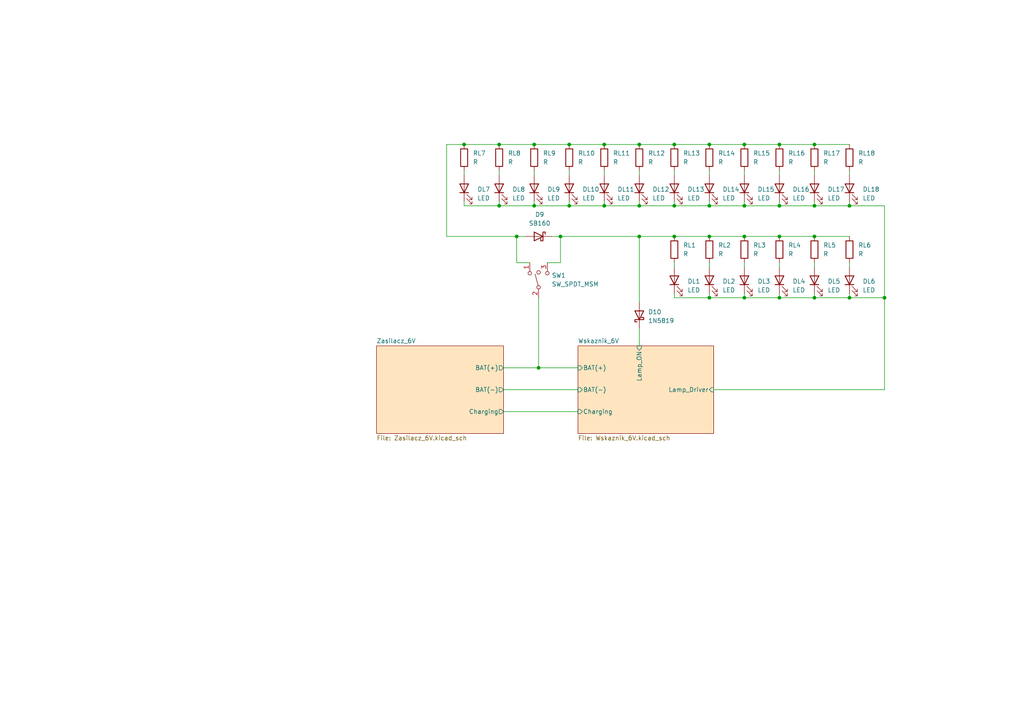
<source format=kicad_sch>
(kicad_sch (version 20211123) (generator eeschema)

  (uuid e63e39d7-6ac0-4ffd-8aa3-1841a4541b55)

  (paper "A4")

  (lib_symbols
    (symbol "Device:LED" (pin_numbers hide) (pin_names (offset 1.016) hide) (in_bom yes) (on_board yes)
      (property "Reference" "D" (id 0) (at 0 2.54 0)
        (effects (font (size 1.27 1.27)))
      )
      (property "Value" "LED" (id 1) (at 0 -2.54 0)
        (effects (font (size 1.27 1.27)))
      )
      (property "Footprint" "" (id 2) (at 0 0 0)
        (effects (font (size 1.27 1.27)) hide)
      )
      (property "Datasheet" "~" (id 3) (at 0 0 0)
        (effects (font (size 1.27 1.27)) hide)
      )
      (property "ki_keywords" "LED diode" (id 4) (at 0 0 0)
        (effects (font (size 1.27 1.27)) hide)
      )
      (property "ki_description" "Light emitting diode" (id 5) (at 0 0 0)
        (effects (font (size 1.27 1.27)) hide)
      )
      (property "ki_fp_filters" "LED* LED_SMD:* LED_THT:*" (id 6) (at 0 0 0)
        (effects (font (size 1.27 1.27)) hide)
      )
      (symbol "LED_0_1"
        (polyline
          (pts
            (xy -1.27 -1.27)
            (xy -1.27 1.27)
          )
          (stroke (width 0.254) (type default) (color 0 0 0 0))
          (fill (type none))
        )
        (polyline
          (pts
            (xy -1.27 0)
            (xy 1.27 0)
          )
          (stroke (width 0) (type default) (color 0 0 0 0))
          (fill (type none))
        )
        (polyline
          (pts
            (xy 1.27 -1.27)
            (xy 1.27 1.27)
            (xy -1.27 0)
            (xy 1.27 -1.27)
          )
          (stroke (width 0.254) (type default) (color 0 0 0 0))
          (fill (type none))
        )
        (polyline
          (pts
            (xy -3.048 -0.762)
            (xy -4.572 -2.286)
            (xy -3.81 -2.286)
            (xy -4.572 -2.286)
            (xy -4.572 -1.524)
          )
          (stroke (width 0) (type default) (color 0 0 0 0))
          (fill (type none))
        )
        (polyline
          (pts
            (xy -1.778 -0.762)
            (xy -3.302 -2.286)
            (xy -2.54 -2.286)
            (xy -3.302 -2.286)
            (xy -3.302 -1.524)
          )
          (stroke (width 0) (type default) (color 0 0 0 0))
          (fill (type none))
        )
      )
      (symbol "LED_1_1"
        (pin passive line (at -3.81 0 0) (length 2.54)
          (name "K" (effects (font (size 1.27 1.27))))
          (number "1" (effects (font (size 1.27 1.27))))
        )
        (pin passive line (at 3.81 0 180) (length 2.54)
          (name "A" (effects (font (size 1.27 1.27))))
          (number "2" (effects (font (size 1.27 1.27))))
        )
      )
    )
    (symbol "Device:R" (pin_numbers hide) (pin_names (offset 0)) (in_bom yes) (on_board yes)
      (property "Reference" "R" (id 0) (at 2.032 0 90)
        (effects (font (size 1.27 1.27)))
      )
      (property "Value" "R" (id 1) (at 0 0 90)
        (effects (font (size 1.27 1.27)))
      )
      (property "Footprint" "" (id 2) (at -1.778 0 90)
        (effects (font (size 1.27 1.27)) hide)
      )
      (property "Datasheet" "~" (id 3) (at 0 0 0)
        (effects (font (size 1.27 1.27)) hide)
      )
      (property "ki_keywords" "R res resistor" (id 4) (at 0 0 0)
        (effects (font (size 1.27 1.27)) hide)
      )
      (property "ki_description" "Resistor" (id 5) (at 0 0 0)
        (effects (font (size 1.27 1.27)) hide)
      )
      (property "ki_fp_filters" "R_*" (id 6) (at 0 0 0)
        (effects (font (size 1.27 1.27)) hide)
      )
      (symbol "R_0_1"
        (rectangle (start -1.016 -2.54) (end 1.016 2.54)
          (stroke (width 0.254) (type default) (color 0 0 0 0))
          (fill (type none))
        )
      )
      (symbol "R_1_1"
        (pin passive line (at 0 3.81 270) (length 1.27)
          (name "~" (effects (font (size 1.27 1.27))))
          (number "1" (effects (font (size 1.27 1.27))))
        )
        (pin passive line (at 0 -3.81 90) (length 1.27)
          (name "~" (effects (font (size 1.27 1.27))))
          (number "2" (effects (font (size 1.27 1.27))))
        )
      )
    )
    (symbol "Diode:1N5819" (pin_numbers hide) (pin_names (offset 1.016) hide) (in_bom yes) (on_board yes)
      (property "Reference" "D" (id 0) (at 0 2.54 0)
        (effects (font (size 1.27 1.27)))
      )
      (property "Value" "1N5819" (id 1) (at 0 -2.54 0)
        (effects (font (size 1.27 1.27)))
      )
      (property "Footprint" "Diode_THT:D_DO-41_SOD81_P10.16mm_Horizontal" (id 2) (at 0 -4.445 0)
        (effects (font (size 1.27 1.27)) hide)
      )
      (property "Datasheet" "http://www.vishay.com/docs/88525/1n5817.pdf" (id 3) (at 0 0 0)
        (effects (font (size 1.27 1.27)) hide)
      )
      (property "ki_keywords" "diode Schottky" (id 4) (at 0 0 0)
        (effects (font (size 1.27 1.27)) hide)
      )
      (property "ki_description" "40V 1A Schottky Barrier Rectifier Diode, DO-41" (id 5) (at 0 0 0)
        (effects (font (size 1.27 1.27)) hide)
      )
      (property "ki_fp_filters" "D*DO?41*" (id 6) (at 0 0 0)
        (effects (font (size 1.27 1.27)) hide)
      )
      (symbol "1N5819_0_1"
        (polyline
          (pts
            (xy 1.27 0)
            (xy -1.27 0)
          )
          (stroke (width 0) (type default) (color 0 0 0 0))
          (fill (type none))
        )
        (polyline
          (pts
            (xy 1.27 1.27)
            (xy 1.27 -1.27)
            (xy -1.27 0)
            (xy 1.27 1.27)
          )
          (stroke (width 0.254) (type default) (color 0 0 0 0))
          (fill (type none))
        )
        (polyline
          (pts
            (xy -1.905 0.635)
            (xy -1.905 1.27)
            (xy -1.27 1.27)
            (xy -1.27 -1.27)
            (xy -0.635 -1.27)
            (xy -0.635 -0.635)
          )
          (stroke (width 0.254) (type default) (color 0 0 0 0))
          (fill (type none))
        )
      )
      (symbol "1N5819_1_1"
        (pin passive line (at -3.81 0 0) (length 2.54)
          (name "K" (effects (font (size 1.27 1.27))))
          (number "1" (effects (font (size 1.27 1.27))))
        )
        (pin passive line (at 3.81 0 180) (length 2.54)
          (name "A" (effects (font (size 1.27 1.27))))
          (number "2" (effects (font (size 1.27 1.27))))
        )
      )
    )
    (symbol "Diode:SB160" (pin_numbers hide) (pin_names (offset 1.016) hide) (in_bom yes) (on_board yes)
      (property "Reference" "D" (id 0) (at 0 2.54 0)
        (effects (font (size 1.27 1.27)))
      )
      (property "Value" "SB160" (id 1) (at 0 -2.54 0)
        (effects (font (size 1.27 1.27)))
      )
      (property "Footprint" "Diode_THT:D_DO-41_SOD81_P10.16mm_Horizontal" (id 2) (at 0 -4.445 0)
        (effects (font (size 1.27 1.27)) hide)
      )
      (property "Datasheet" "http://www.diodes.com/_files/datasheets/ds23022.pdf" (id 3) (at 0 0 0)
        (effects (font (size 1.27 1.27)) hide)
      )
      (property "ki_keywords" "diode Schottky" (id 4) (at 0 0 0)
        (effects (font (size 1.27 1.27)) hide)
      )
      (property "ki_description" "60V 1A Schottky Barrier Rectifier Diode, DO-41" (id 5) (at 0 0 0)
        (effects (font (size 1.27 1.27)) hide)
      )
      (property "ki_fp_filters" "D*DO?41*" (id 6) (at 0 0 0)
        (effects (font (size 1.27 1.27)) hide)
      )
      (symbol "SB160_0_1"
        (polyline
          (pts
            (xy 1.27 0)
            (xy -1.27 0)
          )
          (stroke (width 0) (type default) (color 0 0 0 0))
          (fill (type none))
        )
        (polyline
          (pts
            (xy 1.27 1.27)
            (xy 1.27 -1.27)
            (xy -1.27 0)
            (xy 1.27 1.27)
          )
          (stroke (width 0.254) (type default) (color 0 0 0 0))
          (fill (type none))
        )
        (polyline
          (pts
            (xy -1.905 0.635)
            (xy -1.905 1.27)
            (xy -1.27 1.27)
            (xy -1.27 -1.27)
            (xy -0.635 -1.27)
            (xy -0.635 -0.635)
          )
          (stroke (width 0.254) (type default) (color 0 0 0 0))
          (fill (type none))
        )
      )
      (symbol "SB160_1_1"
        (pin passive line (at -3.81 0 0) (length 2.54)
          (name "K" (effects (font (size 1.27 1.27))))
          (number "1" (effects (font (size 1.27 1.27))))
        )
        (pin passive line (at 3.81 0 180) (length 2.54)
          (name "A" (effects (font (size 1.27 1.27))))
          (number "2" (effects (font (size 1.27 1.27))))
        )
      )
    )
    (symbol "Switch:SW_SPDT_MSM" (pin_names (offset 0) hide) (in_bom yes) (on_board yes)
      (property "Reference" "SW" (id 0) (at 0 5.08 0)
        (effects (font (size 1.27 1.27)))
      )
      (property "Value" "SW_SPDT_MSM" (id 1) (at 0 -5.08 0)
        (effects (font (size 1.27 1.27)))
      )
      (property "Footprint" "" (id 2) (at 0 0 0)
        (effects (font (size 1.27 1.27)) hide)
      )
      (property "Datasheet" "~" (id 3) (at 0 0 0)
        (effects (font (size 1.27 1.27)) hide)
      )
      (property "ki_keywords" "switch spdt single-pole double-throw ON-OFF-ON" (id 4) (at 0 0 0)
        (effects (font (size 1.27 1.27)) hide)
      )
      (property "ki_description" "Switch, single pole double throw, center OFF position" (id 5) (at 0 0 0)
        (effects (font (size 1.27 1.27)) hide)
      )
      (symbol "SW_SPDT_MSM_0_0"
        (circle (center -2.032 0) (radius 0.508)
          (stroke (width 0) (type default) (color 0 0 0 0))
          (fill (type none))
        )
        (polyline
          (pts
            (xy -1.524 0.127)
            (xy 1.778 1.016)
          )
          (stroke (width 0) (type default) (color 0 0 0 0))
          (fill (type none))
        )
        (circle (center 2.032 -2.54) (radius 0.508)
          (stroke (width 0) (type default) (color 0 0 0 0))
          (fill (type none))
        )
      )
      (symbol "SW_SPDT_MSM_0_1"
        (circle (center 2.032 2.54) (radius 0.508)
          (stroke (width 0) (type default) (color 0 0 0 0))
          (fill (type none))
        )
        (circle (center 2.286 0) (radius 0.508)
          (stroke (width 0) (type default) (color 0 0 0 0))
          (fill (type none))
        )
      )
      (symbol "SW_SPDT_MSM_1_1"
        (pin passive line (at 5.08 2.54 180) (length 2.54)
          (name "1" (effects (font (size 1.27 1.27))))
          (number "1" (effects (font (size 1.27 1.27))))
        )
        (pin passive line (at -5.08 0 0) (length 2.54)
          (name "2" (effects (font (size 1.27 1.27))))
          (number "2" (effects (font (size 1.27 1.27))))
        )
        (pin passive line (at 5.08 -2.54 180) (length 2.54)
          (name "3" (effects (font (size 1.27 1.27))))
          (number "3" (effects (font (size 1.27 1.27))))
        )
      )
    )
  )

  (junction (at 185.42 59.69) (diameter 0) (color 0 0 0 0)
    (uuid 06344649-3352-4d0f-af09-699dee0ca368)
  )
  (junction (at 205.74 68.58) (diameter 0) (color 0 0 0 0)
    (uuid 076ba0d7-e3db-4bcb-a735-efe9eaa50deb)
  )
  (junction (at 226.06 68.58) (diameter 0) (color 0 0 0 0)
    (uuid 07b9dc68-1ae9-42e9-8fb9-06470c19de37)
  )
  (junction (at 226.06 86.36) (diameter 0) (color 0 0 0 0)
    (uuid 09cce72d-f87a-401b-9104-ad873469a00c)
  )
  (junction (at 205.74 86.36) (diameter 0) (color 0 0 0 0)
    (uuid 0a39d99e-baff-4a4c-b05d-5380d6f2c781)
  )
  (junction (at 195.58 68.58) (diameter 0) (color 0 0 0 0)
    (uuid 16876d59-c7e5-41a4-9842-62f848738314)
  )
  (junction (at 236.22 59.69) (diameter 0) (color 0 0 0 0)
    (uuid 1dd57bbe-5182-4539-be17-498e8a56ebaf)
  )
  (junction (at 215.9 86.36) (diameter 0) (color 0 0 0 0)
    (uuid 1ef32b36-2e78-44d3-9ead-9e9e858c0e72)
  )
  (junction (at 156.21 106.68) (diameter 0) (color 0 0 0 0)
    (uuid 251c21a6-cd1a-417d-8ea8-23fd58ad665a)
  )
  (junction (at 144.78 59.69) (diameter 0) (color 0 0 0 0)
    (uuid 3e741815-be12-48ee-b5bd-927d4a2fbc38)
  )
  (junction (at 205.74 59.69) (diameter 0) (color 0 0 0 0)
    (uuid 46641d27-ffa4-4e03-9c4c-a9314a058b45)
  )
  (junction (at 185.42 68.58) (diameter 0) (color 0 0 0 0)
    (uuid 486fac02-5e61-45c2-bf79-def1bd0b390f)
  )
  (junction (at 195.58 41.91) (diameter 0) (color 0 0 0 0)
    (uuid 48bf28eb-f71a-41ad-a505-70d0a77bc28e)
  )
  (junction (at 154.94 41.91) (diameter 0) (color 0 0 0 0)
    (uuid 59e64f91-8213-40a3-9b37-2ffdf73143b4)
  )
  (junction (at 236.22 68.58) (diameter 0) (color 0 0 0 0)
    (uuid 6ec10e2b-fc5c-4199-899f-adf6235f4e06)
  )
  (junction (at 236.22 86.36) (diameter 0) (color 0 0 0 0)
    (uuid 7a6cffa7-d4f1-4ef0-bf13-42596bb7051f)
  )
  (junction (at 134.62 41.91) (diameter 0) (color 0 0 0 0)
    (uuid 85df429b-3e3d-4a41-8010-04c3a22f00fe)
  )
  (junction (at 215.9 59.69) (diameter 0) (color 0 0 0 0)
    (uuid 8aa974b5-c391-486f-835d-a033f6e76b92)
  )
  (junction (at 215.9 68.58) (diameter 0) (color 0 0 0 0)
    (uuid 8f2b21e2-a78b-45ac-bbfb-f9e820f6562c)
  )
  (junction (at 149.86 68.58) (diameter 0) (color 0 0 0 0)
    (uuid 9dfe5f95-d222-4e93-8d04-382ddf00399e)
  )
  (junction (at 205.74 41.91) (diameter 0) (color 0 0 0 0)
    (uuid a4753788-e908-40fc-ba06-dec8be052eae)
  )
  (junction (at 165.1 59.69) (diameter 0) (color 0 0 0 0)
    (uuid be178263-72bd-4a03-9dca-3ba28c671fd7)
  )
  (junction (at 175.26 41.91) (diameter 0) (color 0 0 0 0)
    (uuid becf4c0d-604a-45ab-9680-0655a63e1781)
  )
  (junction (at 256.54 86.36) (diameter 0) (color 0 0 0 0)
    (uuid c0ac3545-142a-4e06-89d5-646d6f0a18a9)
  )
  (junction (at 236.22 41.91) (diameter 0) (color 0 0 0 0)
    (uuid c518f869-4b96-4705-8d82-00fd089319c6)
  )
  (junction (at 246.38 59.69) (diameter 0) (color 0 0 0 0)
    (uuid cddb2d98-ce02-4a95-9700-5f934c504698)
  )
  (junction (at 195.58 59.69) (diameter 0) (color 0 0 0 0)
    (uuid d0342e5f-0639-4250-ab1a-3378b9ce3778)
  )
  (junction (at 162.56 68.58) (diameter 0) (color 0 0 0 0)
    (uuid d0b8fb9e-c81b-42b2-af1a-e639d4248beb)
  )
  (junction (at 246.38 86.36) (diameter 0) (color 0 0 0 0)
    (uuid d1095bcb-bff3-4a20-b7ca-713029be7a6c)
  )
  (junction (at 226.06 41.91) (diameter 0) (color 0 0 0 0)
    (uuid d34d500f-6460-4192-a2fb-e959c77aaab4)
  )
  (junction (at 165.1 41.91) (diameter 0) (color 0 0 0 0)
    (uuid d8b15870-3b8f-4ef7-baf1-c61bb0a5d278)
  )
  (junction (at 144.78 41.91) (diameter 0) (color 0 0 0 0)
    (uuid dd96b2ad-6e63-43a2-996d-790381e2fc0a)
  )
  (junction (at 154.94 59.69) (diameter 0) (color 0 0 0 0)
    (uuid e06e26eb-c537-4496-8430-179c056c1dd0)
  )
  (junction (at 215.9 41.91) (diameter 0) (color 0 0 0 0)
    (uuid ea1b8a55-735e-46c0-93e4-787aa11fe61f)
  )
  (junction (at 175.26 59.69) (diameter 0) (color 0 0 0 0)
    (uuid f18fd116-ce0f-490a-a0b9-68eef393eacf)
  )
  (junction (at 185.42 41.91) (diameter 0) (color 0 0 0 0)
    (uuid f24af538-3054-4019-a443-acef8264dd99)
  )
  (junction (at 226.06 59.69) (diameter 0) (color 0 0 0 0)
    (uuid f5082a48-1275-4b99-b9c9-dff253fe81e8)
  )

  (wire (pts (xy 215.9 41.91) (xy 226.06 41.91))
    (stroke (width 0) (type default) (color 0 0 0 0))
    (uuid 014df13a-2b26-46ba-a271-373807f97555)
  )
  (wire (pts (xy 185.42 41.91) (xy 195.58 41.91))
    (stroke (width 0) (type default) (color 0 0 0 0))
    (uuid 050ad6a9-a688-4113-a62d-00b1482dd094)
  )
  (wire (pts (xy 154.94 59.69) (xy 165.1 59.69))
    (stroke (width 0) (type default) (color 0 0 0 0))
    (uuid 0931716e-5709-42c8-b283-0f521c0daa46)
  )
  (wire (pts (xy 195.58 49.53) (xy 195.58 50.8))
    (stroke (width 0) (type default) (color 0 0 0 0))
    (uuid 0964c761-2e99-424c-b649-96f4ac78cfa7)
  )
  (wire (pts (xy 195.58 58.42) (xy 195.58 59.69))
    (stroke (width 0) (type default) (color 0 0 0 0))
    (uuid 0978d5e4-79b4-424a-b9fd-3402f35cf2d2)
  )
  (wire (pts (xy 236.22 49.53) (xy 236.22 50.8))
    (stroke (width 0) (type default) (color 0 0 0 0))
    (uuid 0b4d957d-2589-47d7-892f-312b1a01c1e7)
  )
  (wire (pts (xy 236.22 58.42) (xy 236.22 59.69))
    (stroke (width 0) (type default) (color 0 0 0 0))
    (uuid 0d997314-58e0-40e4-80b6-128c37b805eb)
  )
  (wire (pts (xy 175.26 41.91) (xy 185.42 41.91))
    (stroke (width 0) (type default) (color 0 0 0 0))
    (uuid 11b24d9b-5cff-4c04-90e8-2138717364db)
  )
  (wire (pts (xy 146.05 113.03) (xy 167.64 113.03))
    (stroke (width 0) (type default) (color 0 0 0 0))
    (uuid 1ab853c3-9796-4c5e-8dc4-aba81b0d7081)
  )
  (wire (pts (xy 205.74 49.53) (xy 205.74 50.8))
    (stroke (width 0) (type default) (color 0 0 0 0))
    (uuid 1da5f398-ea41-47a8-81a3-979376d66130)
  )
  (wire (pts (xy 226.06 76.2) (xy 226.06 77.47))
    (stroke (width 0) (type default) (color 0 0 0 0))
    (uuid 1ed4fa8f-dea1-4227-a1b0-98599c4a00d5)
  )
  (wire (pts (xy 195.58 76.2) (xy 195.58 77.47))
    (stroke (width 0) (type default) (color 0 0 0 0))
    (uuid 1f59254f-5c72-4a4e-8c16-5db66a199328)
  )
  (wire (pts (xy 215.9 68.58) (xy 226.06 68.58))
    (stroke (width 0) (type default) (color 0 0 0 0))
    (uuid 2389dfef-e6e2-44dd-85f3-96aae8aa6b37)
  )
  (wire (pts (xy 144.78 58.42) (xy 144.78 59.69))
    (stroke (width 0) (type default) (color 0 0 0 0))
    (uuid 280bce9a-30c6-40d9-bf38-ba24d2c7b14d)
  )
  (wire (pts (xy 185.42 58.42) (xy 185.42 59.69))
    (stroke (width 0) (type default) (color 0 0 0 0))
    (uuid 35746312-2aea-4c0f-bcb5-3f80812c2dc8)
  )
  (wire (pts (xy 165.1 41.91) (xy 175.26 41.91))
    (stroke (width 0) (type default) (color 0 0 0 0))
    (uuid 3bd2a4de-dad8-47ab-8a71-8a81ac3ca08a)
  )
  (wire (pts (xy 256.54 59.69) (xy 256.54 86.36))
    (stroke (width 0) (type default) (color 0 0 0 0))
    (uuid 3dc75592-9bb4-4466-82a1-87dcd053a39f)
  )
  (wire (pts (xy 165.1 59.69) (xy 175.26 59.69))
    (stroke (width 0) (type default) (color 0 0 0 0))
    (uuid 3fb2e387-2269-4622-9702-5204df724df8)
  )
  (wire (pts (xy 134.62 59.69) (xy 144.78 59.69))
    (stroke (width 0) (type default) (color 0 0 0 0))
    (uuid 456cfd83-b595-452f-92e8-e9b8793ca7fa)
  )
  (wire (pts (xy 195.58 86.36) (xy 205.74 86.36))
    (stroke (width 0) (type default) (color 0 0 0 0))
    (uuid 45f66af3-b51d-4adc-89c5-e69f097942a3)
  )
  (wire (pts (xy 185.42 95.25) (xy 185.42 100.33))
    (stroke (width 0) (type default) (color 0 0 0 0))
    (uuid 49ecaf4a-18cb-4122-bbb0-d3d6d3f57e25)
  )
  (wire (pts (xy 162.56 76.2) (xy 162.56 68.58))
    (stroke (width 0) (type default) (color 0 0 0 0))
    (uuid 4d0219fd-5511-47a4-aaf2-412f56f2f672)
  )
  (wire (pts (xy 205.74 59.69) (xy 215.9 59.69))
    (stroke (width 0) (type default) (color 0 0 0 0))
    (uuid 4f22cf85-c2af-4915-983d-ee33f685aa37)
  )
  (wire (pts (xy 154.94 58.42) (xy 154.94 59.69))
    (stroke (width 0) (type default) (color 0 0 0 0))
    (uuid 50bcd207-aa09-46c2-96ef-c8f50ca841b9)
  )
  (wire (pts (xy 175.26 58.42) (xy 175.26 59.69))
    (stroke (width 0) (type default) (color 0 0 0 0))
    (uuid 53bf224f-32c9-4eda-af9f-55fb1e300585)
  )
  (wire (pts (xy 129.54 68.58) (xy 129.54 41.91))
    (stroke (width 0) (type default) (color 0 0 0 0))
    (uuid 56998cf6-6054-4cc0-9fc7-6abdf114db36)
  )
  (wire (pts (xy 144.78 59.69) (xy 154.94 59.69))
    (stroke (width 0) (type default) (color 0 0 0 0))
    (uuid 5ae09e9b-dec6-4d62-9003-8e9121ad7ca8)
  )
  (wire (pts (xy 144.78 49.53) (xy 144.78 50.8))
    (stroke (width 0) (type default) (color 0 0 0 0))
    (uuid 5b88f163-f83e-4fd1-bb6b-b07f2c824b9a)
  )
  (wire (pts (xy 162.56 68.58) (xy 185.42 68.58))
    (stroke (width 0) (type default) (color 0 0 0 0))
    (uuid 62c05436-4f79-4aab-84c1-f532b897768f)
  )
  (wire (pts (xy 154.94 41.91) (xy 165.1 41.91))
    (stroke (width 0) (type default) (color 0 0 0 0))
    (uuid 634c41bb-151a-45be-b06a-eb63cb68c39d)
  )
  (wire (pts (xy 256.54 113.03) (xy 256.54 86.36))
    (stroke (width 0) (type default) (color 0 0 0 0))
    (uuid 644b22fe-ca9c-41fc-8ac4-66fd300956d5)
  )
  (wire (pts (xy 175.26 59.69) (xy 185.42 59.69))
    (stroke (width 0) (type default) (color 0 0 0 0))
    (uuid 64580c6e-077b-4645-96a5-04cc7b4ddf11)
  )
  (wire (pts (xy 226.06 68.58) (xy 236.22 68.58))
    (stroke (width 0) (type default) (color 0 0 0 0))
    (uuid 67639158-0e06-42ad-81fc-3072edcf0b00)
  )
  (wire (pts (xy 146.05 119.38) (xy 167.64 119.38))
    (stroke (width 0) (type default) (color 0 0 0 0))
    (uuid 6767884f-5898-426e-9a5a-dabb887b63db)
  )
  (wire (pts (xy 226.06 58.42) (xy 226.06 59.69))
    (stroke (width 0) (type default) (color 0 0 0 0))
    (uuid 6adb91e5-9a03-4b17-bed4-fb6b0c0eab47)
  )
  (wire (pts (xy 236.22 86.36) (xy 246.38 86.36))
    (stroke (width 0) (type default) (color 0 0 0 0))
    (uuid 6af3e7b3-1841-4184-aff1-51f7f19f0c1a)
  )
  (wire (pts (xy 205.74 68.58) (xy 215.9 68.58))
    (stroke (width 0) (type default) (color 0 0 0 0))
    (uuid 6eac5dab-de2e-4289-8247-1c6a541c932b)
  )
  (wire (pts (xy 134.62 58.42) (xy 134.62 59.69))
    (stroke (width 0) (type default) (color 0 0 0 0))
    (uuid 6eca80c2-158c-411f-9c12-5411bd410401)
  )
  (wire (pts (xy 246.38 76.2) (xy 246.38 77.47))
    (stroke (width 0) (type default) (color 0 0 0 0))
    (uuid 722e830c-301e-44a8-a177-8182e328dcba)
  )
  (wire (pts (xy 129.54 41.91) (xy 134.62 41.91))
    (stroke (width 0) (type default) (color 0 0 0 0))
    (uuid 73dc1946-7990-44c9-b595-a9540cae5f13)
  )
  (wire (pts (xy 146.05 106.68) (xy 156.21 106.68))
    (stroke (width 0) (type default) (color 0 0 0 0))
    (uuid 7849c9c6-d954-4386-8f85-c60470e719f1)
  )
  (wire (pts (xy 205.74 76.2) (xy 205.74 77.47))
    (stroke (width 0) (type default) (color 0 0 0 0))
    (uuid 7b552d34-856a-43a7-8482-155dcff392fe)
  )
  (wire (pts (xy 195.58 68.58) (xy 205.74 68.58))
    (stroke (width 0) (type default) (color 0 0 0 0))
    (uuid 7cce1296-8b27-472a-9e2d-555b15fa9f1d)
  )
  (wire (pts (xy 236.22 59.69) (xy 246.38 59.69))
    (stroke (width 0) (type default) (color 0 0 0 0))
    (uuid 7ec4f31b-8c56-49d4-ab6b-e48f69e9b2b3)
  )
  (wire (pts (xy 149.86 76.2) (xy 149.86 68.58))
    (stroke (width 0) (type default) (color 0 0 0 0))
    (uuid 7f084e32-e3df-41d9-ba4d-8e329fa4666c)
  )
  (wire (pts (xy 134.62 49.53) (xy 134.62 50.8))
    (stroke (width 0) (type default) (color 0 0 0 0))
    (uuid 810ce574-f9b1-4941-9a22-d3bf222df5fa)
  )
  (wire (pts (xy 195.58 59.69) (xy 205.74 59.69))
    (stroke (width 0) (type default) (color 0 0 0 0))
    (uuid 83b6c46b-e263-4d15-ac02-26ce3750a198)
  )
  (wire (pts (xy 236.22 41.91) (xy 246.38 41.91))
    (stroke (width 0) (type default) (color 0 0 0 0))
    (uuid 88b5a579-5367-4dd5-8093-3cfb9021a9c9)
  )
  (wire (pts (xy 205.74 85.09) (xy 205.74 86.36))
    (stroke (width 0) (type default) (color 0 0 0 0))
    (uuid 8ac64d68-adf4-4a9d-9ca7-5b90023678cf)
  )
  (wire (pts (xy 215.9 85.09) (xy 215.9 86.36))
    (stroke (width 0) (type default) (color 0 0 0 0))
    (uuid 8f4c25b6-44d1-4253-bb55-6a69c3aa1387)
  )
  (wire (pts (xy 215.9 49.53) (xy 215.9 50.8))
    (stroke (width 0) (type default) (color 0 0 0 0))
    (uuid 9063e0ab-e645-4dea-9d71-6f2d053fd9c7)
  )
  (wire (pts (xy 256.54 59.69) (xy 246.38 59.69))
    (stroke (width 0) (type default) (color 0 0 0 0))
    (uuid 950eb53e-5eec-4a12-b5b7-4b2143bead2f)
  )
  (wire (pts (xy 226.06 59.69) (xy 236.22 59.69))
    (stroke (width 0) (type default) (color 0 0 0 0))
    (uuid 96db5d1b-f4f5-41b1-b330-fb9aa045e05a)
  )
  (wire (pts (xy 160.02 68.58) (xy 162.56 68.58))
    (stroke (width 0) (type default) (color 0 0 0 0))
    (uuid 984e30e0-86c3-4d34-9309-27dc642ee543)
  )
  (wire (pts (xy 175.26 49.53) (xy 175.26 50.8))
    (stroke (width 0) (type default) (color 0 0 0 0))
    (uuid 9c8f1692-6fca-4dd7-a88e-3eb594c7edda)
  )
  (wire (pts (xy 246.38 58.42) (xy 246.38 59.69))
    (stroke (width 0) (type default) (color 0 0 0 0))
    (uuid 9de2252c-e1e3-4be4-a42b-68d80bc11c67)
  )
  (wire (pts (xy 158.75 76.2) (xy 162.56 76.2))
    (stroke (width 0) (type default) (color 0 0 0 0))
    (uuid 9ed688b4-af77-4a09-917c-b2267038af24)
  )
  (wire (pts (xy 205.74 86.36) (xy 215.9 86.36))
    (stroke (width 0) (type default) (color 0 0 0 0))
    (uuid a1d0dfe3-cf23-49df-859a-9b10da439ecf)
  )
  (wire (pts (xy 236.22 68.58) (xy 246.38 68.58))
    (stroke (width 0) (type default) (color 0 0 0 0))
    (uuid a251ad46-3fbf-4de6-9cc5-09416ca8f49d)
  )
  (wire (pts (xy 144.78 41.91) (xy 154.94 41.91))
    (stroke (width 0) (type default) (color 0 0 0 0))
    (uuid a25e3eb5-d133-4569-8b50-7da05264f468)
  )
  (wire (pts (xy 236.22 85.09) (xy 236.22 86.36))
    (stroke (width 0) (type default) (color 0 0 0 0))
    (uuid a5bb6b0a-8683-4b97-84fe-d87a55ee00af)
  )
  (wire (pts (xy 149.86 68.58) (xy 152.4 68.58))
    (stroke (width 0) (type default) (color 0 0 0 0))
    (uuid aeb58edb-6562-4417-94ac-484868bb8667)
  )
  (wire (pts (xy 215.9 86.36) (xy 226.06 86.36))
    (stroke (width 0) (type default) (color 0 0 0 0))
    (uuid afc19518-7f59-48b0-90bb-6f4a77d4a2c9)
  )
  (wire (pts (xy 236.22 76.2) (xy 236.22 77.47))
    (stroke (width 0) (type default) (color 0 0 0 0))
    (uuid b4fdc793-5a8c-4198-aab6-116882494c87)
  )
  (wire (pts (xy 129.54 68.58) (xy 149.86 68.58))
    (stroke (width 0) (type default) (color 0 0 0 0))
    (uuid b545688d-8f1e-4dd5-adea-2fc84bf7a875)
  )
  (wire (pts (xy 246.38 85.09) (xy 246.38 86.36))
    (stroke (width 0) (type default) (color 0 0 0 0))
    (uuid b6d78ce7-bee7-445c-b7ef-643914521a2f)
  )
  (wire (pts (xy 246.38 49.53) (xy 246.38 50.8))
    (stroke (width 0) (type default) (color 0 0 0 0))
    (uuid ba75a2d8-e053-41a6-b6df-2e25fcd62369)
  )
  (wire (pts (xy 165.1 49.53) (xy 165.1 50.8))
    (stroke (width 0) (type default) (color 0 0 0 0))
    (uuid bca39ec9-121f-40b7-b0a0-fdd7925a4421)
  )
  (wire (pts (xy 165.1 58.42) (xy 165.1 59.69))
    (stroke (width 0) (type default) (color 0 0 0 0))
    (uuid bec2e0db-015e-47ce-8205-5ec084b87797)
  )
  (wire (pts (xy 185.42 59.69) (xy 195.58 59.69))
    (stroke (width 0) (type default) (color 0 0 0 0))
    (uuid c509dae7-e984-4ed8-8ae4-f5a55660ddcb)
  )
  (wire (pts (xy 154.94 49.53) (xy 154.94 50.8))
    (stroke (width 0) (type default) (color 0 0 0 0))
    (uuid c57e1d95-eb0a-452e-ae5a-a5bf11f260ad)
  )
  (wire (pts (xy 226.06 49.53) (xy 226.06 50.8))
    (stroke (width 0) (type default) (color 0 0 0 0))
    (uuid c83abbea-c31d-416d-b062-2cb9b34a2623)
  )
  (wire (pts (xy 185.42 49.53) (xy 185.42 50.8))
    (stroke (width 0) (type default) (color 0 0 0 0))
    (uuid cd037b73-9381-4012-a230-208c390d68c6)
  )
  (wire (pts (xy 207.01 113.03) (xy 256.54 113.03))
    (stroke (width 0) (type default) (color 0 0 0 0))
    (uuid cfabf679-3cec-4bc2-8246-bd02473c4840)
  )
  (wire (pts (xy 226.06 85.09) (xy 226.06 86.36))
    (stroke (width 0) (type default) (color 0 0 0 0))
    (uuid d02e77a9-a407-4f02-8356-20feff9d8a18)
  )
  (wire (pts (xy 246.38 86.36) (xy 256.54 86.36))
    (stroke (width 0) (type default) (color 0 0 0 0))
    (uuid d42ecdc4-00d0-4703-a144-68441155b8a1)
  )
  (wire (pts (xy 215.9 76.2) (xy 215.9 77.47))
    (stroke (width 0) (type default) (color 0 0 0 0))
    (uuid da1fe19a-06dd-4936-b338-a636a1b2c49f)
  )
  (wire (pts (xy 156.21 86.36) (xy 156.21 106.68))
    (stroke (width 0) (type default) (color 0 0 0 0))
    (uuid da2866c1-1782-40b6-991c-5188f05ccfc5)
  )
  (wire (pts (xy 205.74 41.91) (xy 215.9 41.91))
    (stroke (width 0) (type default) (color 0 0 0 0))
    (uuid dcb57660-9400-4cac-8ffd-d23a570fd31e)
  )
  (wire (pts (xy 215.9 58.42) (xy 215.9 59.69))
    (stroke (width 0) (type default) (color 0 0 0 0))
    (uuid dd8fa859-ff52-4dba-b1e2-28e17093b6ef)
  )
  (wire (pts (xy 226.06 86.36) (xy 236.22 86.36))
    (stroke (width 0) (type default) (color 0 0 0 0))
    (uuid e1e1c17d-f82f-4d9f-8bd1-52238f4ab8a3)
  )
  (wire (pts (xy 153.67 76.2) (xy 149.86 76.2))
    (stroke (width 0) (type default) (color 0 0 0 0))
    (uuid e260a591-0e94-4b59-9bde-5f95b16d0e8c)
  )
  (wire (pts (xy 185.42 68.58) (xy 185.42 87.63))
    (stroke (width 0) (type default) (color 0 0 0 0))
    (uuid e46011a3-8a60-4bbb-b38c-0230f659fc42)
  )
  (wire (pts (xy 215.9 59.69) (xy 226.06 59.69))
    (stroke (width 0) (type default) (color 0 0 0 0))
    (uuid ed414faf-da78-45a7-80ac-1fa36d4dfcad)
  )
  (wire (pts (xy 195.58 41.91) (xy 205.74 41.91))
    (stroke (width 0) (type default) (color 0 0 0 0))
    (uuid eddcd49e-c119-4ae5-b474-36568cee3d64)
  )
  (wire (pts (xy 134.62 41.91) (xy 144.78 41.91))
    (stroke (width 0) (type default) (color 0 0 0 0))
    (uuid ef161338-df5d-4433-8bf0-9563e1eebb56)
  )
  (wire (pts (xy 195.58 85.09) (xy 195.58 86.36))
    (stroke (width 0) (type default) (color 0 0 0 0))
    (uuid f1ef482f-4661-4fd3-9c2f-e06e8e702254)
  )
  (wire (pts (xy 226.06 41.91) (xy 236.22 41.91))
    (stroke (width 0) (type default) (color 0 0 0 0))
    (uuid f631a2a3-cbd3-4f25-b3f1-f7e788e9a195)
  )
  (wire (pts (xy 205.74 58.42) (xy 205.74 59.69))
    (stroke (width 0) (type default) (color 0 0 0 0))
    (uuid f71f8c2c-e5d7-49e3-a0a4-13e791b31d5b)
  )
  (wire (pts (xy 156.21 106.68) (xy 167.64 106.68))
    (stroke (width 0) (type default) (color 0 0 0 0))
    (uuid f97dcc2a-420d-4e7d-80bc-463fa3d0683f)
  )
  (wire (pts (xy 185.42 68.58) (xy 195.58 68.58))
    (stroke (width 0) (type default) (color 0 0 0 0))
    (uuid faeb5d7d-9552-4e5f-98ed-d429ee53f1f5)
  )

  (symbol (lib_id "Device:R") (at 215.9 72.39 0) (mirror y) (unit 1)
    (in_bom yes) (on_board yes) (fields_autoplaced)
    (uuid 0257dcf0-3e91-402f-9e42-f38d40b8b262)
    (property "Reference" "RL3" (id 0) (at 218.44 71.1199 0)
      (effects (font (size 1.27 1.27)) (justify right))
    )
    (property "Value" "R" (id 1) (at 218.44 73.6599 0)
      (effects (font (size 1.27 1.27)) (justify right))
    )
    (property "Footprint" "" (id 2) (at 217.678 72.39 90)
      (effects (font (size 1.27 1.27)) hide)
    )
    (property "Datasheet" "~" (id 3) (at 215.9 72.39 0)
      (effects (font (size 1.27 1.27)) hide)
    )
    (pin "1" (uuid 272c4a56-fdd9-469e-a55a-7554fb7d2f3f))
    (pin "2" (uuid 46532d79-c88b-4565-b91f-0a9c0a574038))
  )

  (symbol (lib_id "Device:R") (at 185.42 45.72 0) (mirror y) (unit 1)
    (in_bom yes) (on_board yes) (fields_autoplaced)
    (uuid 0634621a-d2d1-4167-8632-36a0f2dbd047)
    (property "Reference" "RL12" (id 0) (at 187.96 44.4499 0)
      (effects (font (size 1.27 1.27)) (justify right))
    )
    (property "Value" "R" (id 1) (at 187.96 46.9899 0)
      (effects (font (size 1.27 1.27)) (justify right))
    )
    (property "Footprint" "" (id 2) (at 187.198 45.72 90)
      (effects (font (size 1.27 1.27)) hide)
    )
    (property "Datasheet" "~" (id 3) (at 185.42 45.72 0)
      (effects (font (size 1.27 1.27)) hide)
    )
    (pin "1" (uuid a10a3c68-bbd1-482a-aa56-4d2333d6a84e))
    (pin "2" (uuid 9e4e2569-5927-474d-b505-a4a31569c5e0))
  )

  (symbol (lib_id "Device:R") (at 246.38 45.72 0) (mirror y) (unit 1)
    (in_bom yes) (on_board yes) (fields_autoplaced)
    (uuid 0fb8b546-f0d7-41e8-aac6-820f33009b3c)
    (property "Reference" "RL18" (id 0) (at 248.92 44.4499 0)
      (effects (font (size 1.27 1.27)) (justify right))
    )
    (property "Value" "R" (id 1) (at 248.92 46.9899 0)
      (effects (font (size 1.27 1.27)) (justify right))
    )
    (property "Footprint" "" (id 2) (at 248.158 45.72 90)
      (effects (font (size 1.27 1.27)) hide)
    )
    (property "Datasheet" "~" (id 3) (at 246.38 45.72 0)
      (effects (font (size 1.27 1.27)) hide)
    )
    (pin "1" (uuid a6809178-0de1-496f-a9bf-1a123ee47362))
    (pin "2" (uuid 7f5f9d0c-b821-412e-a3ae-aca770972bc8))
  )

  (symbol (lib_id "Device:R") (at 226.06 72.39 0) (mirror y) (unit 1)
    (in_bom yes) (on_board yes) (fields_autoplaced)
    (uuid 1b82a27c-7966-4067-9c72-f9506511f37b)
    (property "Reference" "RL4" (id 0) (at 228.6 71.1199 0)
      (effects (font (size 1.27 1.27)) (justify right))
    )
    (property "Value" "R" (id 1) (at 228.6 73.6599 0)
      (effects (font (size 1.27 1.27)) (justify right))
    )
    (property "Footprint" "" (id 2) (at 227.838 72.39 90)
      (effects (font (size 1.27 1.27)) hide)
    )
    (property "Datasheet" "~" (id 3) (at 226.06 72.39 0)
      (effects (font (size 1.27 1.27)) hide)
    )
    (pin "1" (uuid 1cf21393-3167-45ad-b22d-e46025270f6e))
    (pin "2" (uuid b969b46f-1579-4245-829e-447ec36b9a63))
  )

  (symbol (lib_id "Device:R") (at 215.9 45.72 0) (mirror y) (unit 1)
    (in_bom yes) (on_board yes) (fields_autoplaced)
    (uuid 210fba71-d605-490d-96dc-123619f0dca5)
    (property "Reference" "RL15" (id 0) (at 218.44 44.4499 0)
      (effects (font (size 1.27 1.27)) (justify right))
    )
    (property "Value" "R" (id 1) (at 218.44 46.9899 0)
      (effects (font (size 1.27 1.27)) (justify right))
    )
    (property "Footprint" "" (id 2) (at 217.678 45.72 90)
      (effects (font (size 1.27 1.27)) hide)
    )
    (property "Datasheet" "~" (id 3) (at 215.9 45.72 0)
      (effects (font (size 1.27 1.27)) hide)
    )
    (pin "1" (uuid 71d92838-143b-455a-a1c2-9e23162059fa))
    (pin "2" (uuid 6ff51e53-b021-4a7d-8a9b-a62ecaf1502d))
  )

  (symbol (lib_id "Device:LED") (at 205.74 54.61 90) (unit 1)
    (in_bom yes) (on_board yes) (fields_autoplaced)
    (uuid 212b534d-3fe0-4911-8227-4a94ca61d7e7)
    (property "Reference" "DL14" (id 0) (at 209.55 54.9274 90)
      (effects (font (size 1.27 1.27)) (justify right))
    )
    (property "Value" "LED" (id 1) (at 209.55 57.4674 90)
      (effects (font (size 1.27 1.27)) (justify right))
    )
    (property "Footprint" "" (id 2) (at 205.74 54.61 0)
      (effects (font (size 1.27 1.27)) hide)
    )
    (property "Datasheet" "~" (id 3) (at 205.74 54.61 0)
      (effects (font (size 1.27 1.27)) hide)
    )
    (pin "1" (uuid 0d74372c-ec69-4a6a-929b-005bbdb2a712))
    (pin "2" (uuid 9d040bef-b365-49e3-ac18-9ff07bee6aa1))
  )

  (symbol (lib_id "Device:LED") (at 215.9 54.61 90) (unit 1)
    (in_bom yes) (on_board yes) (fields_autoplaced)
    (uuid 21dacd76-2a47-46c6-b822-3d1218c6162c)
    (property "Reference" "DL15" (id 0) (at 219.71 54.9274 90)
      (effects (font (size 1.27 1.27)) (justify right))
    )
    (property "Value" "LED" (id 1) (at 219.71 57.4674 90)
      (effects (font (size 1.27 1.27)) (justify right))
    )
    (property "Footprint" "" (id 2) (at 215.9 54.61 0)
      (effects (font (size 1.27 1.27)) hide)
    )
    (property "Datasheet" "~" (id 3) (at 215.9 54.61 0)
      (effects (font (size 1.27 1.27)) hide)
    )
    (pin "1" (uuid cb6f3ee9-141b-4de3-a25f-aabab202a3eb))
    (pin "2" (uuid c7712ac2-e4d0-4357-b735-2b2a5058e688))
  )

  (symbol (lib_id "Device:R") (at 236.22 72.39 0) (mirror y) (unit 1)
    (in_bom yes) (on_board yes) (fields_autoplaced)
    (uuid 22e10357-5a3f-4613-b3e1-971e0c562936)
    (property "Reference" "RL5" (id 0) (at 238.76 71.1199 0)
      (effects (font (size 1.27 1.27)) (justify right))
    )
    (property "Value" "R" (id 1) (at 238.76 73.6599 0)
      (effects (font (size 1.27 1.27)) (justify right))
    )
    (property "Footprint" "" (id 2) (at 237.998 72.39 90)
      (effects (font (size 1.27 1.27)) hide)
    )
    (property "Datasheet" "~" (id 3) (at 236.22 72.39 0)
      (effects (font (size 1.27 1.27)) hide)
    )
    (pin "1" (uuid 1cae1396-025b-4025-be6b-7bff8d90e930))
    (pin "2" (uuid b2cfc54d-7543-4ebf-abf3-d92e71e88dd0))
  )

  (symbol (lib_id "Device:LED") (at 246.38 81.28 90) (unit 1)
    (in_bom yes) (on_board yes) (fields_autoplaced)
    (uuid 23b6397b-4440-491e-aa13-acc5499d907e)
    (property "Reference" "DL6" (id 0) (at 250.19 81.5974 90)
      (effects (font (size 1.27 1.27)) (justify right))
    )
    (property "Value" "LED" (id 1) (at 250.19 84.1374 90)
      (effects (font (size 1.27 1.27)) (justify right))
    )
    (property "Footprint" "" (id 2) (at 246.38 81.28 0)
      (effects (font (size 1.27 1.27)) hide)
    )
    (property "Datasheet" "~" (id 3) (at 246.38 81.28 0)
      (effects (font (size 1.27 1.27)) hide)
    )
    (pin "1" (uuid 82b8cb45-e9dd-4acf-ae68-5281695520a6))
    (pin "2" (uuid 38a090a3-48bb-4bc6-97dc-7a0241fddf18))
  )

  (symbol (lib_id "Device:LED") (at 205.74 81.28 90) (unit 1)
    (in_bom yes) (on_board yes) (fields_autoplaced)
    (uuid 27ef8101-1930-4e27-bd4a-434402a5d73c)
    (property "Reference" "DL2" (id 0) (at 209.55 81.5974 90)
      (effects (font (size 1.27 1.27)) (justify right))
    )
    (property "Value" "LED" (id 1) (at 209.55 84.1374 90)
      (effects (font (size 1.27 1.27)) (justify right))
    )
    (property "Footprint" "" (id 2) (at 205.74 81.28 0)
      (effects (font (size 1.27 1.27)) hide)
    )
    (property "Datasheet" "~" (id 3) (at 205.74 81.28 0)
      (effects (font (size 1.27 1.27)) hide)
    )
    (pin "1" (uuid add60c2b-10b3-44e6-8482-8e3c4b92f655))
    (pin "2" (uuid b1395d81-2ee1-46e1-beaa-c677ebcd337c))
  )

  (symbol (lib_id "Device:R") (at 165.1 45.72 0) (mirror y) (unit 1)
    (in_bom yes) (on_board yes) (fields_autoplaced)
    (uuid 28e9674d-1a99-4bc9-a235-be858bf132db)
    (property "Reference" "RL10" (id 0) (at 167.64 44.4499 0)
      (effects (font (size 1.27 1.27)) (justify right))
    )
    (property "Value" "R" (id 1) (at 167.64 46.9899 0)
      (effects (font (size 1.27 1.27)) (justify right))
    )
    (property "Footprint" "" (id 2) (at 166.878 45.72 90)
      (effects (font (size 1.27 1.27)) hide)
    )
    (property "Datasheet" "~" (id 3) (at 165.1 45.72 0)
      (effects (font (size 1.27 1.27)) hide)
    )
    (pin "1" (uuid c0054761-6466-4ca0-bc40-ae3007b40249))
    (pin "2" (uuid 8a6fcc9d-d3f5-419e-be5a-32b496473a6d))
  )

  (symbol (lib_id "Device:LED") (at 175.26 54.61 90) (unit 1)
    (in_bom yes) (on_board yes) (fields_autoplaced)
    (uuid 2b9f1a26-dfcd-4bcd-bf49-38d2d3ff9ab2)
    (property "Reference" "DL11" (id 0) (at 179.07 54.9274 90)
      (effects (font (size 1.27 1.27)) (justify right))
    )
    (property "Value" "LED" (id 1) (at 179.07 57.4674 90)
      (effects (font (size 1.27 1.27)) (justify right))
    )
    (property "Footprint" "" (id 2) (at 175.26 54.61 0)
      (effects (font (size 1.27 1.27)) hide)
    )
    (property "Datasheet" "~" (id 3) (at 175.26 54.61 0)
      (effects (font (size 1.27 1.27)) hide)
    )
    (pin "1" (uuid 8ab8643f-35ee-45a9-9524-15388ee56e10))
    (pin "2" (uuid 25b8a921-e138-47a7-808e-75e4c096364a))
  )

  (symbol (lib_id "Diode:1N5819") (at 185.42 91.44 90) (unit 1)
    (in_bom yes) (on_board yes) (fields_autoplaced)
    (uuid 2c48dff5-b3c3-4ac1-b2b6-b8b660f4e129)
    (property "Reference" "D10" (id 0) (at 187.96 90.4874 90)
      (effects (font (size 1.27 1.27)) (justify right))
    )
    (property "Value" "1N5819" (id 1) (at 187.96 93.0274 90)
      (effects (font (size 1.27 1.27)) (justify right))
    )
    (property "Footprint" "Diode_THT:D_DO-41_SOD81_P10.16mm_Horizontal" (id 2) (at 189.865 91.44 0)
      (effects (font (size 1.27 1.27)) hide)
    )
    (property "Datasheet" "http://www.vishay.com/docs/88525/1n5817.pdf" (id 3) (at 185.42 91.44 0)
      (effects (font (size 1.27 1.27)) hide)
    )
    (pin "1" (uuid 3ac34c7d-51c3-4402-9b54-790cb5d98701))
    (pin "2" (uuid 522dff87-8907-4e19-9947-3268606b3128))
  )

  (symbol (lib_id "Switch:SW_SPDT_MSM") (at 156.21 81.28 90) (unit 1)
    (in_bom yes) (on_board yes) (fields_autoplaced)
    (uuid 3ac54e89-280f-4f4b-8a80-fd43df40ea02)
    (property "Reference" "SW1" (id 0) (at 160.02 79.8829 90)
      (effects (font (size 1.27 1.27)) (justify right))
    )
    (property "Value" "SW_SPDT_MSM" (id 1) (at 160.02 82.4229 90)
      (effects (font (size 1.27 1.27)) (justify right))
    )
    (property "Footprint" "" (id 2) (at 156.21 81.28 0)
      (effects (font (size 1.27 1.27)) hide)
    )
    (property "Datasheet" "~" (id 3) (at 156.21 81.28 0)
      (effects (font (size 1.27 1.27)) hide)
    )
    (pin "1" (uuid 3e7f1214-5e73-4eb4-bd30-3731dc1119db))
    (pin "2" (uuid 8e288513-3ecf-4cf3-b333-f4f48a4fee6f))
    (pin "3" (uuid 3cfab44b-a384-4851-b1b6-b99ea550dc2e))
  )

  (symbol (lib_id "Device:LED") (at 154.94 54.61 90) (unit 1)
    (in_bom yes) (on_board yes) (fields_autoplaced)
    (uuid 41e07fc9-ec6a-4d1b-b271-ef2d6b609f24)
    (property "Reference" "DL9" (id 0) (at 158.75 54.9274 90)
      (effects (font (size 1.27 1.27)) (justify right))
    )
    (property "Value" "LED" (id 1) (at 158.75 57.4674 90)
      (effects (font (size 1.27 1.27)) (justify right))
    )
    (property "Footprint" "" (id 2) (at 154.94 54.61 0)
      (effects (font (size 1.27 1.27)) hide)
    )
    (property "Datasheet" "~" (id 3) (at 154.94 54.61 0)
      (effects (font (size 1.27 1.27)) hide)
    )
    (pin "1" (uuid 33099c46-5c87-4e52-ad8b-b2fe08eecaf8))
    (pin "2" (uuid 6094f5b5-4050-451c-9a78-dcf45be738b2))
  )

  (symbol (lib_id "Device:R") (at 205.74 72.39 0) (mirror y) (unit 1)
    (in_bom yes) (on_board yes) (fields_autoplaced)
    (uuid 4439235d-933b-4293-a084-1ecb11ae95ab)
    (property "Reference" "RL2" (id 0) (at 208.28 71.1199 0)
      (effects (font (size 1.27 1.27)) (justify right))
    )
    (property "Value" "R" (id 1) (at 208.28 73.6599 0)
      (effects (font (size 1.27 1.27)) (justify right))
    )
    (property "Footprint" "" (id 2) (at 207.518 72.39 90)
      (effects (font (size 1.27 1.27)) hide)
    )
    (property "Datasheet" "~" (id 3) (at 205.74 72.39 0)
      (effects (font (size 1.27 1.27)) hide)
    )
    (pin "1" (uuid 27f53088-66f5-4704-b7c0-c311a2f7f9bf))
    (pin "2" (uuid 2023cd56-5f57-443f-8f47-84d52b78ff9d))
  )

  (symbol (lib_id "Device:R") (at 205.74 45.72 0) (mirror y) (unit 1)
    (in_bom yes) (on_board yes) (fields_autoplaced)
    (uuid 46091c29-37e3-4941-8257-261823dcc9b5)
    (property "Reference" "RL14" (id 0) (at 208.28 44.4499 0)
      (effects (font (size 1.27 1.27)) (justify right))
    )
    (property "Value" "R" (id 1) (at 208.28 46.9899 0)
      (effects (font (size 1.27 1.27)) (justify right))
    )
    (property "Footprint" "" (id 2) (at 207.518 45.72 90)
      (effects (font (size 1.27 1.27)) hide)
    )
    (property "Datasheet" "~" (id 3) (at 205.74 45.72 0)
      (effects (font (size 1.27 1.27)) hide)
    )
    (pin "1" (uuid 7066a5f4-4b53-4400-882b-93c7443962d9))
    (pin "2" (uuid 5cb3b525-9872-4117-944a-4cf7d7a2099a))
  )

  (symbol (lib_id "Device:LED") (at 185.42 54.61 90) (unit 1)
    (in_bom yes) (on_board yes) (fields_autoplaced)
    (uuid 4b04968b-e195-4f65-be0b-c69c79cf929e)
    (property "Reference" "DL12" (id 0) (at 189.23 54.9274 90)
      (effects (font (size 1.27 1.27)) (justify right))
    )
    (property "Value" "LED" (id 1) (at 189.23 57.4674 90)
      (effects (font (size 1.27 1.27)) (justify right))
    )
    (property "Footprint" "" (id 2) (at 185.42 54.61 0)
      (effects (font (size 1.27 1.27)) hide)
    )
    (property "Datasheet" "~" (id 3) (at 185.42 54.61 0)
      (effects (font (size 1.27 1.27)) hide)
    )
    (pin "1" (uuid 6c81cfc5-6a24-4a71-8384-f464cd52c5d7))
    (pin "2" (uuid 59e2d85b-3846-47d1-85d5-27914b028e7d))
  )

  (symbol (lib_id "Device:LED") (at 134.62 54.61 90) (unit 1)
    (in_bom yes) (on_board yes) (fields_autoplaced)
    (uuid 57f55c24-9890-45f3-a3e2-d00cc656068b)
    (property "Reference" "DL7" (id 0) (at 138.43 54.9274 90)
      (effects (font (size 1.27 1.27)) (justify right))
    )
    (property "Value" "LED" (id 1) (at 138.43 57.4674 90)
      (effects (font (size 1.27 1.27)) (justify right))
    )
    (property "Footprint" "" (id 2) (at 134.62 54.61 0)
      (effects (font (size 1.27 1.27)) hide)
    )
    (property "Datasheet" "~" (id 3) (at 134.62 54.61 0)
      (effects (font (size 1.27 1.27)) hide)
    )
    (pin "1" (uuid 607019b4-7547-4daf-bdac-98760f0b9c76))
    (pin "2" (uuid 5798e273-0a2b-4aa6-8c70-293e0ce9c896))
  )

  (symbol (lib_id "Device:R") (at 226.06 45.72 0) (mirror y) (unit 1)
    (in_bom yes) (on_board yes) (fields_autoplaced)
    (uuid 6820296c-522c-4edc-bec3-95bc3004746a)
    (property "Reference" "RL16" (id 0) (at 228.6 44.4499 0)
      (effects (font (size 1.27 1.27)) (justify right))
    )
    (property "Value" "R" (id 1) (at 228.6 46.9899 0)
      (effects (font (size 1.27 1.27)) (justify right))
    )
    (property "Footprint" "" (id 2) (at 227.838 45.72 90)
      (effects (font (size 1.27 1.27)) hide)
    )
    (property "Datasheet" "~" (id 3) (at 226.06 45.72 0)
      (effects (font (size 1.27 1.27)) hide)
    )
    (pin "1" (uuid e7682554-fd45-4ecc-b8da-ab5abfe47d87))
    (pin "2" (uuid d889d3fe-f79a-4594-b851-1ec32c52c147))
  )

  (symbol (lib_id "Device:LED") (at 236.22 81.28 90) (unit 1)
    (in_bom yes) (on_board yes) (fields_autoplaced)
    (uuid 6c67cf58-60d4-41d5-8064-5606fd241cb8)
    (property "Reference" "DL5" (id 0) (at 240.03 81.5974 90)
      (effects (font (size 1.27 1.27)) (justify right))
    )
    (property "Value" "LED" (id 1) (at 240.03 84.1374 90)
      (effects (font (size 1.27 1.27)) (justify right))
    )
    (property "Footprint" "" (id 2) (at 236.22 81.28 0)
      (effects (font (size 1.27 1.27)) hide)
    )
    (property "Datasheet" "~" (id 3) (at 236.22 81.28 0)
      (effects (font (size 1.27 1.27)) hide)
    )
    (pin "1" (uuid 6ce9380e-848c-4dda-965a-859961412bae))
    (pin "2" (uuid d984a255-ec0f-4987-a193-b2d1742237af))
  )

  (symbol (lib_id "Device:R") (at 246.38 72.39 0) (mirror y) (unit 1)
    (in_bom yes) (on_board yes) (fields_autoplaced)
    (uuid 75f57de4-b6aa-4d36-aa15-37157e18902d)
    (property "Reference" "RL6" (id 0) (at 248.92 71.1199 0)
      (effects (font (size 1.27 1.27)) (justify right))
    )
    (property "Value" "R" (id 1) (at 248.92 73.6599 0)
      (effects (font (size 1.27 1.27)) (justify right))
    )
    (property "Footprint" "" (id 2) (at 248.158 72.39 90)
      (effects (font (size 1.27 1.27)) hide)
    )
    (property "Datasheet" "~" (id 3) (at 246.38 72.39 0)
      (effects (font (size 1.27 1.27)) hide)
    )
    (pin "1" (uuid cc2b76a2-b29f-425c-9168-cde648a748f3))
    (pin "2" (uuid 27ce3114-eaba-4fd7-a729-32fae011e9df))
  )

  (symbol (lib_id "Device:R") (at 134.62 45.72 0) (mirror y) (unit 1)
    (in_bom yes) (on_board yes) (fields_autoplaced)
    (uuid 784b0619-bb34-492d-a1b8-b434299fc4bf)
    (property "Reference" "RL7" (id 0) (at 137.16 44.4499 0)
      (effects (font (size 1.27 1.27)) (justify right))
    )
    (property "Value" "R" (id 1) (at 137.16 46.9899 0)
      (effects (font (size 1.27 1.27)) (justify right))
    )
    (property "Footprint" "" (id 2) (at 136.398 45.72 90)
      (effects (font (size 1.27 1.27)) hide)
    )
    (property "Datasheet" "~" (id 3) (at 134.62 45.72 0)
      (effects (font (size 1.27 1.27)) hide)
    )
    (pin "1" (uuid af35d879-9e2f-4012-8f11-00d0fc593bb3))
    (pin "2" (uuid dff51410-b04a-4d21-bb88-ad0620eb7b5c))
  )

  (symbol (lib_id "Device:LED") (at 236.22 54.61 90) (unit 1)
    (in_bom yes) (on_board yes) (fields_autoplaced)
    (uuid 851f4ccd-3f14-4b2f-a29c-a35d8ce42d2b)
    (property "Reference" "DL17" (id 0) (at 240.03 54.9274 90)
      (effects (font (size 1.27 1.27)) (justify right))
    )
    (property "Value" "LED" (id 1) (at 240.03 57.4674 90)
      (effects (font (size 1.27 1.27)) (justify right))
    )
    (property "Footprint" "" (id 2) (at 236.22 54.61 0)
      (effects (font (size 1.27 1.27)) hide)
    )
    (property "Datasheet" "~" (id 3) (at 236.22 54.61 0)
      (effects (font (size 1.27 1.27)) hide)
    )
    (pin "1" (uuid 3531c274-e66d-440e-8c27-e3b69f9ecdd4))
    (pin "2" (uuid c06d2e48-af40-49fb-a477-64368c0299e4))
  )

  (symbol (lib_id "Device:LED") (at 195.58 81.28 90) (unit 1)
    (in_bom yes) (on_board yes) (fields_autoplaced)
    (uuid 8bc08c85-e796-45ca-89db-eafbf70afcf1)
    (property "Reference" "DL1" (id 0) (at 199.39 81.5974 90)
      (effects (font (size 1.27 1.27)) (justify right))
    )
    (property "Value" "LED" (id 1) (at 199.39 84.1374 90)
      (effects (font (size 1.27 1.27)) (justify right))
    )
    (property "Footprint" "" (id 2) (at 195.58 81.28 0)
      (effects (font (size 1.27 1.27)) hide)
    )
    (property "Datasheet" "~" (id 3) (at 195.58 81.28 0)
      (effects (font (size 1.27 1.27)) hide)
    )
    (pin "1" (uuid fb50bee2-e2de-4b2b-816d-5eeb9f505b81))
    (pin "2" (uuid 15f48f20-02ba-4171-925b-71836e3fbed6))
  )

  (symbol (lib_id "Device:R") (at 195.58 45.72 0) (mirror y) (unit 1)
    (in_bom yes) (on_board yes) (fields_autoplaced)
    (uuid 8d0519c6-d110-4a6d-a93f-798faf26699d)
    (property "Reference" "RL13" (id 0) (at 198.12 44.4499 0)
      (effects (font (size 1.27 1.27)) (justify right))
    )
    (property "Value" "R" (id 1) (at 198.12 46.9899 0)
      (effects (font (size 1.27 1.27)) (justify right))
    )
    (property "Footprint" "" (id 2) (at 197.358 45.72 90)
      (effects (font (size 1.27 1.27)) hide)
    )
    (property "Datasheet" "~" (id 3) (at 195.58 45.72 0)
      (effects (font (size 1.27 1.27)) hide)
    )
    (pin "1" (uuid b7773194-ca8e-463d-8065-a2bc5a9823e0))
    (pin "2" (uuid 15154f39-b39a-424e-8d19-c4528c2ae294))
  )

  (symbol (lib_id "Device:LED") (at 226.06 54.61 90) (unit 1)
    (in_bom yes) (on_board yes) (fields_autoplaced)
    (uuid 8d10dbb5-6c83-4362-a33b-38b6aad86aae)
    (property "Reference" "DL16" (id 0) (at 229.87 54.9274 90)
      (effects (font (size 1.27 1.27)) (justify right))
    )
    (property "Value" "LED" (id 1) (at 229.87 57.4674 90)
      (effects (font (size 1.27 1.27)) (justify right))
    )
    (property "Footprint" "" (id 2) (at 226.06 54.61 0)
      (effects (font (size 1.27 1.27)) hide)
    )
    (property "Datasheet" "~" (id 3) (at 226.06 54.61 0)
      (effects (font (size 1.27 1.27)) hide)
    )
    (pin "1" (uuid 2a86e1b7-b346-4559-b408-96e78a88940d))
    (pin "2" (uuid afa894f9-cf1d-4be2-a3f6-7769934d9a3f))
  )

  (symbol (lib_id "Diode:SB160") (at 156.21 68.58 0) (mirror y) (unit 1)
    (in_bom yes) (on_board yes) (fields_autoplaced)
    (uuid 99d2c18a-27eb-4901-bd4a-36bf29f291f6)
    (property "Reference" "D9" (id 0) (at 156.5275 62.23 0))
    (property "Value" "SB160" (id 1) (at 156.5275 64.77 0))
    (property "Footprint" "Diode_THT:D_DO-41_SOD81_P10.16mm_Horizontal" (id 2) (at 156.21 73.025 0)
      (effects (font (size 1.27 1.27)) hide)
    )
    (property "Datasheet" "http://www.diodes.com/_files/datasheets/ds23022.pdf" (id 3) (at 156.21 68.58 0)
      (effects (font (size 1.27 1.27)) hide)
    )
    (pin "1" (uuid 11e1572c-0163-4efd-a546-0d128e7d15a3))
    (pin "2" (uuid eb2e1335-4df4-4cf1-86d3-f611346e0ec2))
  )

  (symbol (lib_id "Device:R") (at 195.58 72.39 0) (mirror y) (unit 1)
    (in_bom yes) (on_board yes) (fields_autoplaced)
    (uuid a06bad96-369b-4199-91ab-5bdb30b00228)
    (property "Reference" "RL1" (id 0) (at 198.12 71.1199 0)
      (effects (font (size 1.27 1.27)) (justify right))
    )
    (property "Value" "R" (id 1) (at 198.12 73.6599 0)
      (effects (font (size 1.27 1.27)) (justify right))
    )
    (property "Footprint" "" (id 2) (at 197.358 72.39 90)
      (effects (font (size 1.27 1.27)) hide)
    )
    (property "Datasheet" "~" (id 3) (at 195.58 72.39 0)
      (effects (font (size 1.27 1.27)) hide)
    )
    (pin "1" (uuid 52a7a63f-39ac-4fd4-bf07-5709a38d7dad))
    (pin "2" (uuid dd6c3af6-3763-42e8-a9c9-e2dca93b0138))
  )

  (symbol (lib_id "Device:R") (at 236.22 45.72 0) (mirror y) (unit 1)
    (in_bom yes) (on_board yes) (fields_autoplaced)
    (uuid aaf86887-9247-44bb-8f4c-c3b3958e8b60)
    (property "Reference" "RL17" (id 0) (at 238.76 44.4499 0)
      (effects (font (size 1.27 1.27)) (justify right))
    )
    (property "Value" "R" (id 1) (at 238.76 46.9899 0)
      (effects (font (size 1.27 1.27)) (justify right))
    )
    (property "Footprint" "" (id 2) (at 237.998 45.72 90)
      (effects (font (size 1.27 1.27)) hide)
    )
    (property "Datasheet" "~" (id 3) (at 236.22 45.72 0)
      (effects (font (size 1.27 1.27)) hide)
    )
    (pin "1" (uuid 10bec86b-5eff-4835-a03b-ef47a380b173))
    (pin "2" (uuid 206c36ef-0e7f-4e35-9e37-31d1a5d64fa2))
  )

  (symbol (lib_id "Device:LED") (at 226.06 81.28 90) (unit 1)
    (in_bom yes) (on_board yes) (fields_autoplaced)
    (uuid ace21a66-4d94-48df-adf5-d4523ee57cdf)
    (property "Reference" "DL4" (id 0) (at 229.87 81.5974 90)
      (effects (font (size 1.27 1.27)) (justify right))
    )
    (property "Value" "LED" (id 1) (at 229.87 84.1374 90)
      (effects (font (size 1.27 1.27)) (justify right))
    )
    (property "Footprint" "" (id 2) (at 226.06 81.28 0)
      (effects (font (size 1.27 1.27)) hide)
    )
    (property "Datasheet" "~" (id 3) (at 226.06 81.28 0)
      (effects (font (size 1.27 1.27)) hide)
    )
    (pin "1" (uuid 04d5a1f6-fb07-4eb8-b606-028c8bfc65eb))
    (pin "2" (uuid 0e32a537-0d25-4dce-9583-df439c197027))
  )

  (symbol (lib_id "Device:LED") (at 195.58 54.61 90) (unit 1)
    (in_bom yes) (on_board yes) (fields_autoplaced)
    (uuid b454698e-4bf9-40c4-8c53-48c26f502de7)
    (property "Reference" "DL13" (id 0) (at 199.39 54.9274 90)
      (effects (font (size 1.27 1.27)) (justify right))
    )
    (property "Value" "LED" (id 1) (at 199.39 57.4674 90)
      (effects (font (size 1.27 1.27)) (justify right))
    )
    (property "Footprint" "" (id 2) (at 195.58 54.61 0)
      (effects (font (size 1.27 1.27)) hide)
    )
    (property "Datasheet" "~" (id 3) (at 195.58 54.61 0)
      (effects (font (size 1.27 1.27)) hide)
    )
    (pin "1" (uuid 6b36fba8-f913-490f-b06b-fd6b32e02300))
    (pin "2" (uuid 73e8e90b-54e1-4a1a-9c19-d44fba1c01bd))
  )

  (symbol (lib_id "Device:LED") (at 165.1 54.61 90) (unit 1)
    (in_bom yes) (on_board yes) (fields_autoplaced)
    (uuid bbfe24c5-f996-4e2a-b7b9-4706b0f95f12)
    (property "Reference" "DL10" (id 0) (at 168.91 54.9274 90)
      (effects (font (size 1.27 1.27)) (justify right))
    )
    (property "Value" "LED" (id 1) (at 168.91 57.4674 90)
      (effects (font (size 1.27 1.27)) (justify right))
    )
    (property "Footprint" "" (id 2) (at 165.1 54.61 0)
      (effects (font (size 1.27 1.27)) hide)
    )
    (property "Datasheet" "~" (id 3) (at 165.1 54.61 0)
      (effects (font (size 1.27 1.27)) hide)
    )
    (pin "1" (uuid 2565cfcf-fe10-4b8b-af83-696be5c034c0))
    (pin "2" (uuid e84d7161-734b-4126-9c56-69c51c6f2aa3))
  )

  (symbol (lib_id "Device:LED") (at 246.38 54.61 90) (unit 1)
    (in_bom yes) (on_board yes) (fields_autoplaced)
    (uuid c25297e0-fe88-4072-80b6-a77f55a8b2cf)
    (property "Reference" "DL18" (id 0) (at 250.19 54.9274 90)
      (effects (font (size 1.27 1.27)) (justify right))
    )
    (property "Value" "LED" (id 1) (at 250.19 57.4674 90)
      (effects (font (size 1.27 1.27)) (justify right))
    )
    (property "Footprint" "" (id 2) (at 246.38 54.61 0)
      (effects (font (size 1.27 1.27)) hide)
    )
    (property "Datasheet" "~" (id 3) (at 246.38 54.61 0)
      (effects (font (size 1.27 1.27)) hide)
    )
    (pin "1" (uuid 503361a2-79a4-4614-8471-a9cfb47b20bb))
    (pin "2" (uuid 205f2245-476f-4c76-8ab7-d89b5456727e))
  )

  (symbol (lib_id "Device:LED") (at 144.78 54.61 90) (unit 1)
    (in_bom yes) (on_board yes) (fields_autoplaced)
    (uuid e0d5ed7e-61f7-49bf-bc3e-8f66da9f323a)
    (property "Reference" "DL8" (id 0) (at 148.59 54.9274 90)
      (effects (font (size 1.27 1.27)) (justify right))
    )
    (property "Value" "LED" (id 1) (at 148.59 57.4674 90)
      (effects (font (size 1.27 1.27)) (justify right))
    )
    (property "Footprint" "" (id 2) (at 144.78 54.61 0)
      (effects (font (size 1.27 1.27)) hide)
    )
    (property "Datasheet" "~" (id 3) (at 144.78 54.61 0)
      (effects (font (size 1.27 1.27)) hide)
    )
    (pin "1" (uuid 004237a7-8d43-424a-acbd-4472d9b113d3))
    (pin "2" (uuid b823f6af-0be2-4781-9106-490f8e50b6fc))
  )

  (symbol (lib_id "Device:R") (at 154.94 45.72 0) (mirror y) (unit 1)
    (in_bom yes) (on_board yes) (fields_autoplaced)
    (uuid e92619a2-f9a6-497a-8ff7-b49cf966c619)
    (property "Reference" "RL9" (id 0) (at 157.48 44.4499 0)
      (effects (font (size 1.27 1.27)) (justify right))
    )
    (property "Value" "R" (id 1) (at 157.48 46.9899 0)
      (effects (font (size 1.27 1.27)) (justify right))
    )
    (property "Footprint" "" (id 2) (at 156.718 45.72 90)
      (effects (font (size 1.27 1.27)) hide)
    )
    (property "Datasheet" "~" (id 3) (at 154.94 45.72 0)
      (effects (font (size 1.27 1.27)) hide)
    )
    (pin "1" (uuid f1e9c513-142d-48b4-ad6a-f9a41c691f45))
    (pin "2" (uuid 67e4d883-5f78-4b3a-a11b-ed8c30ce693d))
  )

  (symbol (lib_id "Device:R") (at 175.26 45.72 0) (mirror y) (unit 1)
    (in_bom yes) (on_board yes) (fields_autoplaced)
    (uuid ec708037-dac3-415e-bcb3-86e2ed606814)
    (property "Reference" "RL11" (id 0) (at 177.8 44.4499 0)
      (effects (font (size 1.27 1.27)) (justify right))
    )
    (property "Value" "R" (id 1) (at 177.8 46.9899 0)
      (effects (font (size 1.27 1.27)) (justify right))
    )
    (property "Footprint" "" (id 2) (at 177.038 45.72 90)
      (effects (font (size 1.27 1.27)) hide)
    )
    (property "Datasheet" "~" (id 3) (at 175.26 45.72 0)
      (effects (font (size 1.27 1.27)) hide)
    )
    (pin "1" (uuid 1d7a8b47-8643-448b-bcd0-dbf62238a9d1))
    (pin "2" (uuid ffe95f7a-d91d-4ed5-aff8-71a0c1d24e17))
  )

  (symbol (lib_id "Device:LED") (at 215.9 81.28 90) (unit 1)
    (in_bom yes) (on_board yes) (fields_autoplaced)
    (uuid f2fed411-008c-4aae-b317-ea4f3dce6947)
    (property "Reference" "DL3" (id 0) (at 219.71 81.5974 90)
      (effects (font (size 1.27 1.27)) (justify right))
    )
    (property "Value" "LED" (id 1) (at 219.71 84.1374 90)
      (effects (font (size 1.27 1.27)) (justify right))
    )
    (property "Footprint" "" (id 2) (at 215.9 81.28 0)
      (effects (font (size 1.27 1.27)) hide)
    )
    (property "Datasheet" "~" (id 3) (at 215.9 81.28 0)
      (effects (font (size 1.27 1.27)) hide)
    )
    (pin "1" (uuid 3dbdb80d-76bd-4aee-887b-4b71cd7c5533))
    (pin "2" (uuid b368d947-cd97-4870-9f8d-8cfe90e6afa4))
  )

  (symbol (lib_id "Device:R") (at 144.78 45.72 0) (mirror y) (unit 1)
    (in_bom yes) (on_board yes) (fields_autoplaced)
    (uuid f73d368f-c840-4ba2-993a-eb783fd94d99)
    (property "Reference" "RL8" (id 0) (at 147.32 44.4499 0)
      (effects (font (size 1.27 1.27)) (justify right))
    )
    (property "Value" "R" (id 1) (at 147.32 46.9899 0)
      (effects (font (size 1.27 1.27)) (justify right))
    )
    (property "Footprint" "" (id 2) (at 146.558 45.72 90)
      (effects (font (size 1.27 1.27)) hide)
    )
    (property "Datasheet" "~" (id 3) (at 144.78 45.72 0)
      (effects (font (size 1.27 1.27)) hide)
    )
    (pin "1" (uuid c2684249-1e7f-4098-aabc-774572e94def))
    (pin "2" (uuid e7d306aa-8c96-49d5-abea-96661fc042e9))
  )

  (sheet (at 109.22 100.33) (size 36.83 25.4) (fields_autoplaced)
    (stroke (width 0.1524) (type solid) (color 0 0 0 0))
    (fill (color 255 229 191 1.0000))
    (uuid 4d160651-b287-4906-93f5-60ceb78e212e)
    (property "Sheet name" "Zasilacz_6V" (id 0) (at 109.22 99.6184 0)
      (effects (font (size 1.27 1.27)) (justify left bottom))
    )
    (property "Sheet file" "Zasilacz_6V.kicad_sch" (id 1) (at 109.22 126.3146 0)
      (effects (font (size 1.27 1.27)) (justify left top))
    )
    (pin "Charging" output (at 146.05 119.38 0)
      (effects (font (size 1.27 1.27)) (justify right))
      (uuid 73b6efaa-c967-4f70-9676-ff61acf1cd7c)
    )
    (pin "BAT(+)" output (at 146.05 106.68 0)
      (effects (font (size 1.27 1.27)) (justify right))
      (uuid ea9529c4-2b76-4ae4-94d7-037e5422c4f8)
    )
    (pin "BAT(-)" output (at 146.05 113.03 0)
      (effects (font (size 1.27 1.27)) (justify right))
      (uuid fb1f7c1b-37dd-44ff-8a6d-037bcea409c1)
    )
  )

  (sheet (at 167.64 100.33) (size 39.37 25.4) (fields_autoplaced)
    (stroke (width 0.1524) (type solid) (color 0 0 0 0))
    (fill (color 255 229 191 1.0000))
    (uuid 4e7ef856-80ad-498e-b0f8-b9d0f959a3ed)
    (property "Sheet name" "Wskaznik_6V" (id 0) (at 167.64 99.6184 0)
      (effects (font (size 1.27 1.27)) (justify left bottom))
    )
    (property "Sheet file" "Wskaznik_6V.kicad_sch" (id 1) (at 167.64 126.3146 0)
      (effects (font (size 1.27 1.27)) (justify left top))
    )
    (pin "Charging" input (at 167.64 119.38 180)
      (effects (font (size 1.27 1.27)) (justify left))
      (uuid 5261313d-719c-4f3c-8541-116a0dd54cca)
    )
    (pin "BAT(+)" input (at 167.64 106.68 180)
      (effects (font (size 1.27 1.27)) (justify left))
      (uuid c769de2b-e2cc-4385-9077-6df99cd65f25)
    )
    (pin "Lamp_ON" input (at 185.42 100.33 90)
      (effects (font (size 1.27 1.27)) (justify right))
      (uuid a2e32c60-8cd3-4f05-a11b-cf8edc340c9e)
    )
    (pin "BAT(-)" input (at 167.64 113.03 180)
      (effects (font (size 1.27 1.27)) (justify left))
      (uuid f0e0c645-d692-4d12-a367-095891a9704b)
    )
    (pin "Lamp_Driver" input (at 207.01 113.03 0)
      (effects (font (size 1.27 1.27)) (justify right))
      (uuid b1c087a5-4345-4412-9553-e696966f27e0)
    )
  )

  (sheet_instances
    (path "/" (page "1"))
    (path "/4d160651-b287-4906-93f5-60ceb78e212e" (page "2"))
    (path "/4e7ef856-80ad-498e-b0f8-b9d0f959a3ed" (page "3"))
  )

  (symbol_instances
    (path "/4d160651-b287-4906-93f5-60ceb78e212e/ee9d2bb2-8f21-47fc-9cea-08f3298af1cf"
      (reference "#FLG0101") (unit 1) (value "PWR_FLAG") (footprint "")
    )
    (path "/4d160651-b287-4906-93f5-60ceb78e212e/2ed13781-d0be-4870-9fcd-de3545f714e2"
      (reference "#FLG0102") (unit 1) (value "PWR_FLAG") (footprint "")
    )
    (path "/4e7ef856-80ad-498e-b0f8-b9d0f959a3ed/974af429-e1dd-4e3b-9449-0db01b99e699"
      (reference "#FLG0103") (unit 1) (value "PWR_FLAG") (footprint "")
    )
    (path "/4e7ef856-80ad-498e-b0f8-b9d0f959a3ed/59f9214f-d8b1-4857-8031-d53be6bb1643"
      (reference "#FLG0104") (unit 1) (value "PWR_FLAG") (footprint "")
    )
    (path "/4d160651-b287-4906-93f5-60ceb78e212e/a894bb1b-6943-418c-9d29-826acc7fa4b1"
      (reference "#PWR0101") (unit 1) (value "GND") (footprint "")
    )
    (path "/4d160651-b287-4906-93f5-60ceb78e212e/5f479006-1c9c-419e-b9da-6c9a987c69e8"
      (reference "#PWR0102") (unit 1) (value "GND") (footprint "")
    )
    (path "/4d160651-b287-4906-93f5-60ceb78e212e/402a6f76-0778-4e7f-996f-8a45b404abc9"
      (reference "#PWR0103") (unit 1) (value "GND") (footprint "")
    )
    (path "/4d160651-b287-4906-93f5-60ceb78e212e/28f3bfc3-80a2-4e06-b860-d9d383c81d9b"
      (reference "#PWR0104") (unit 1) (value "GND") (footprint "")
    )
    (path "/4e7ef856-80ad-498e-b0f8-b9d0f959a3ed/9aa6305b-4bbe-4d1f-bfc2-827dee1100ba"
      (reference "#PWR0105") (unit 1) (value "GNDS") (footprint "")
    )
    (path "/4e7ef856-80ad-498e-b0f8-b9d0f959a3ed/b1ead8e7-c93a-4284-b725-1420237d8fd3"
      (reference "#PWR0106") (unit 1) (value "GNDS") (footprint "")
    )
    (path "/4e7ef856-80ad-498e-b0f8-b9d0f959a3ed/1c4eb2de-be57-414c-87c2-c2d0187244da"
      (reference "#PWR0107") (unit 1) (value "GNDS") (footprint "")
    )
    (path "/4e7ef856-80ad-498e-b0f8-b9d0f959a3ed/554a9269-9326-437c-883c-eba5f6f015e1"
      (reference "#PWR0108") (unit 1) (value "GNDS") (footprint "")
    )
    (path "/4e7ef856-80ad-498e-b0f8-b9d0f959a3ed/7ddc243d-2371-495e-852a-eb38da904185"
      (reference "#PWR0109") (unit 1) (value "GNDS") (footprint "")
    )
    (path "/4e7ef856-80ad-498e-b0f8-b9d0f959a3ed/e3a96867-1f37-4471-8395-0463c8bcb143"
      (reference "#PWR0110") (unit 1) (value "GNDS") (footprint "")
    )
    (path "/4e7ef856-80ad-498e-b0f8-b9d0f959a3ed/df02721f-597e-420f-8ed7-f069b4469f56"
      (reference "#PWR0111") (unit 1) (value "GNDS") (footprint "")
    )
    (path "/4e7ef856-80ad-498e-b0f8-b9d0f959a3ed/683901d4-7522-46f2-8d73-c89fce41c5f8"
      (reference "#PWR0112") (unit 1) (value "GNDS") (footprint "")
    )
    (path "/4e7ef856-80ad-498e-b0f8-b9d0f959a3ed/cc6b05de-01d7-4cfd-ad4f-015f3fb30966"
      (reference "#PWR0113") (unit 1) (value "GNDS") (footprint "")
    )
    (path "/4e7ef856-80ad-498e-b0f8-b9d0f959a3ed/a79fc16b-e8b4-4677-9d00-4c4f8c9c12a6"
      (reference "#PWR0114") (unit 1) (value "GNDS") (footprint "")
    )
    (path "/4e7ef856-80ad-498e-b0f8-b9d0f959a3ed/7ab54e2b-8e05-4839-814a-5da6a48d4675"
      (reference "#PWR0115") (unit 1) (value "GNDS") (footprint "")
    )
    (path "/4e7ef856-80ad-498e-b0f8-b9d0f959a3ed/93e3343c-82cf-4b12-a98e-2f91cfbd0a14"
      (reference "#PWR0116") (unit 1) (value "GNDS") (footprint "")
    )
    (path "/4e7ef856-80ad-498e-b0f8-b9d0f959a3ed/119e85f0-40bd-4c08-8e24-929aa88b76c1"
      (reference "#PWR0117") (unit 1) (value "GNDS") (footprint "")
    )
    (path "/4e7ef856-80ad-498e-b0f8-b9d0f959a3ed/aaf40576-92be-46ea-b073-f5098e04ee28"
      (reference "#PWR0118") (unit 1) (value "GNDS") (footprint "")
    )
    (path "/4e7ef856-80ad-498e-b0f8-b9d0f959a3ed/8fbc2ea9-2fd4-4443-a38b-8ced9c8d1437"
      (reference "C1") (unit 1) (value "C_Polarized") (footprint "")
    )
    (path "/4d160651-b287-4906-93f5-60ceb78e212e/f2dee8c1-5a31-4399-9545-0459d2102e93"
      (reference "D1") (unit 1) (value "SB160") (footprint "Diode_THT:D_DO-41_SOD81_P10.16mm_Horizontal")
    )
    (path "/4d160651-b287-4906-93f5-60ceb78e212e/aa02193f-82e3-4dd8-b376-ed8ef21540aa"
      (reference "D2") (unit 1) (value "1N5819") (footprint "Diode_THT:D_DO-41_SOD81_P10.16mm_Horizontal")
    )
    (path "/4e7ef856-80ad-498e-b0f8-b9d0f959a3ed/e4bd72b2-994f-4ff6-b862-775c0c136172"
      (reference "D3") (unit 1) (value "LED") (footprint "")
    )
    (path "/4e7ef856-80ad-498e-b0f8-b9d0f959a3ed/fe57619d-c292-40e7-9584-d5339f361f6e"
      (reference "D4") (unit 1) (value "LED") (footprint "")
    )
    (path "/4e7ef856-80ad-498e-b0f8-b9d0f959a3ed/65e9bae9-93a7-4979-8ba0-94176025445c"
      (reference "D5") (unit 1) (value "LED") (footprint "")
    )
    (path "/4e7ef856-80ad-498e-b0f8-b9d0f959a3ed/8e48ee1e-252b-414c-9ea8-7fee74561861"
      (reference "D6") (unit 1) (value "LED") (footprint "")
    )
    (path "/4e7ef856-80ad-498e-b0f8-b9d0f959a3ed/fc133c25-6f7e-4c13-bc0a-96f1b3d51f6b"
      (reference "D7") (unit 1) (value "LED") (footprint "")
    )
    (path "/4e7ef856-80ad-498e-b0f8-b9d0f959a3ed/3aced4e4-413c-4aff-aa0e-177d93a75f3a"
      (reference "D8") (unit 1) (value "1N5819") (footprint "Diode_THT:D_DO-41_SOD81_P10.16mm_Horizontal")
    )
    (path "/99d2c18a-27eb-4901-bd4a-36bf29f291f6"
      (reference "D9") (unit 1) (value "SB160") (footprint "Diode_THT:D_DO-41_SOD81_P10.16mm_Horizontal")
    )
    (path "/2c48dff5-b3c3-4ac1-b2b6-b8b660f4e129"
      (reference "D10") (unit 1) (value "1N5819") (footprint "Diode_THT:D_DO-41_SOD81_P10.16mm_Horizontal")
    )
    (path "/8bc08c85-e796-45ca-89db-eafbf70afcf1"
      (reference "DL1") (unit 1) (value "LED") (footprint "")
    )
    (path "/27ef8101-1930-4e27-bd4a-434402a5d73c"
      (reference "DL2") (unit 1) (value "LED") (footprint "")
    )
    (path "/f2fed411-008c-4aae-b317-ea4f3dce6947"
      (reference "DL3") (unit 1) (value "LED") (footprint "")
    )
    (path "/ace21a66-4d94-48df-adf5-d4523ee57cdf"
      (reference "DL4") (unit 1) (value "LED") (footprint "")
    )
    (path "/6c67cf58-60d4-41d5-8064-5606fd241cb8"
      (reference "DL5") (unit 1) (value "LED") (footprint "")
    )
    (path "/23b6397b-4440-491e-aa13-acc5499d907e"
      (reference "DL6") (unit 1) (value "LED") (footprint "")
    )
    (path "/57f55c24-9890-45f3-a3e2-d00cc656068b"
      (reference "DL7") (unit 1) (value "LED") (footprint "")
    )
    (path "/e0d5ed7e-61f7-49bf-bc3e-8f66da9f323a"
      (reference "DL8") (unit 1) (value "LED") (footprint "")
    )
    (path "/41e07fc9-ec6a-4d1b-b271-ef2d6b609f24"
      (reference "DL9") (unit 1) (value "LED") (footprint "")
    )
    (path "/bbfe24c5-f996-4e2a-b7b9-4706b0f95f12"
      (reference "DL10") (unit 1) (value "LED") (footprint "")
    )
    (path "/2b9f1a26-dfcd-4bcd-bf49-38d2d3ff9ab2"
      (reference "DL11") (unit 1) (value "LED") (footprint "")
    )
    (path "/4b04968b-e195-4f65-be0b-c69c79cf929e"
      (reference "DL12") (unit 1) (value "LED") (footprint "")
    )
    (path "/b454698e-4bf9-40c4-8c53-48c26f502de7"
      (reference "DL13") (unit 1) (value "LED") (footprint "")
    )
    (path "/212b534d-3fe0-4911-8227-4a94ca61d7e7"
      (reference "DL14") (unit 1) (value "LED") (footprint "")
    )
    (path "/21dacd76-2a47-46c6-b822-3d1218c6162c"
      (reference "DL15") (unit 1) (value "LED") (footprint "")
    )
    (path "/8d10dbb5-6c83-4362-a33b-38b6aad86aae"
      (reference "DL16") (unit 1) (value "LED") (footprint "")
    )
    (path "/851f4ccd-3f14-4b2f-a29c-a35d8ce42d2b"
      (reference "DL17") (unit 1) (value "LED") (footprint "")
    )
    (path "/c25297e0-fe88-4072-80b6-a77f55a8b2cf"
      (reference "DL18") (unit 1) (value "LED") (footprint "")
    )
    (path "/4d160651-b287-4906-93f5-60ceb78e212e/46217997-2de1-4c68-b788-8d4a9bc64989"
      (reference "J1") (unit 1) (value "Screw_Terminal_01x01") (footprint "")
    )
    (path "/4d160651-b287-4906-93f5-60ceb78e212e/dcc3e921-b4af-4179-aed1-4130f482321a"
      (reference "J2") (unit 1) (value "Screw_Terminal_01x01") (footprint "")
    )
    (path "/4d160651-b287-4906-93f5-60ceb78e212e/49786339-7cb6-4228-8f38-c8c1715210aa"
      (reference "J3") (unit 1) (value "Screw_Terminal_01x01") (footprint "")
    )
    (path "/4d160651-b287-4906-93f5-60ceb78e212e/a2998115-6faa-41bc-a5e2-756cc60ff491"
      (reference "J4") (unit 1) (value "Screw_Terminal_01x01") (footprint "")
    )
    (path "/4d160651-b287-4906-93f5-60ceb78e212e/3cf53258-732e-42f0-a07d-cac853124f5c"
      (reference "Q1") (unit 1) (value "BC547") (footprint "Package_TO_SOT_THT:TO-92_Inline")
    )
    (path "/4d160651-b287-4906-93f5-60ceb78e212e/82e54435-605c-4821-9d9c-17675972430c"
      (reference "Q2") (unit 1) (value "BC547") (footprint "Package_TO_SOT_THT:TO-92_Inline")
    )
    (path "/4d160651-b287-4906-93f5-60ceb78e212e/16a9718d-07c5-4df3-afa2-28f0913d98b2"
      (reference "Q3") (unit 1) (value "ZXMP4A16G") (footprint "Package_TO_SOT_SMD:SOT-223-3_TabPin2")
    )
    (path "/4e7ef856-80ad-498e-b0f8-b9d0f959a3ed/3630246c-d077-4072-8a0f-719ece04313a"
      (reference "Q4") (unit 1) (value "ZXMP4A16G") (footprint "Package_TO_SOT_SMD:SOT-223-3_TabPin2")
    )
    (path "/4e7ef856-80ad-498e-b0f8-b9d0f959a3ed/9f5785c0-cfab-48d5-b90a-bd02fdb0b274"
      (reference "Q5") (unit 1) (value "BC547") (footprint "Package_TO_SOT_THT:TO-92_Inline")
    )
    (path "/4e7ef856-80ad-498e-b0f8-b9d0f959a3ed/3a78fd7e-eab3-4fcc-b09f-e85a945a4528"
      (reference "Q6") (unit 1) (value "BC547") (footprint "Package_TO_SOT_THT:TO-92_Inline")
    )
    (path "/4e7ef856-80ad-498e-b0f8-b9d0f959a3ed/0db859f1-0945-407d-b1ef-517880f17ef9"
      (reference "Q7") (unit 1) (value "BC547") (footprint "Package_TO_SOT_THT:TO-92_Inline")
    )
    (path "/4e7ef856-80ad-498e-b0f8-b9d0f959a3ed/537f544b-9cd5-4450-93b1-356a039962b6"
      (reference "Q8") (unit 1) (value "BC547") (footprint "Package_TO_SOT_THT:TO-92_Inline")
    )
    (path "/4e7ef856-80ad-498e-b0f8-b9d0f959a3ed/e89722b6-dca2-4501-b471-cb0a3b656387"
      (reference "Q9") (unit 1) (value "ZXMN6A07F") (footprint "Package_TO_SOT_SMD:SOT-23")
    )
    (path "/4d160651-b287-4906-93f5-60ceb78e212e/84b8deee-c7b7-42c5-8eed-af6813d15d5c"
      (reference "R1") (unit 1) (value "10k") (footprint "")
    )
    (path "/4d160651-b287-4906-93f5-60ceb78e212e/31e58f8e-484f-4ce1-9102-8b3a7001fe97"
      (reference "R2") (unit 1) (value "47k") (footprint "")
    )
    (path "/4d160651-b287-4906-93f5-60ceb78e212e/447a0e73-c773-48ee-8766-810406742932"
      (reference "R3") (unit 1) (value "2,2") (footprint "")
    )
    (path "/4d160651-b287-4906-93f5-60ceb78e212e/3473ebaf-731d-4ff3-8844-577d407dd848"
      (reference "R4") (unit 1) (value "12") (footprint "")
    )
    (path "/4d160651-b287-4906-93f5-60ceb78e212e/b530f547-7ebe-4770-9382-361df60f6f19"
      (reference "R5") (unit 1) (value "3,9") (footprint "")
    )
    (path "/4d160651-b287-4906-93f5-60ceb78e212e/9901a603-d1e1-4ce2-9c83-f388bdbdad36"
      (reference "R6") (unit 1) (value "43k") (footprint "")
    )
    (path "/4d160651-b287-4906-93f5-60ceb78e212e/d9b8a2f8-f522-4667-a3d7-c906ad8ab84a"
      (reference "R7") (unit 1) (value "500") (footprint "")
    )
    (path "/4d160651-b287-4906-93f5-60ceb78e212e/e6b94927-9c78-4170-b5fd-67b950442217"
      (reference "R8") (unit 1) (value "10k") (footprint "")
    )
    (path "/4e7ef856-80ad-498e-b0f8-b9d0f959a3ed/6305c4b5-428f-4eab-a218-16a266711a74"
      (reference "R9") (unit 1) (value "22k") (footprint "")
    )
    (path "/4e7ef856-80ad-498e-b0f8-b9d0f959a3ed/7b64ee00-474c-473c-b44f-986312f321f9"
      (reference "R10") (unit 1) (value "510") (footprint "")
    )
    (path "/4e7ef856-80ad-498e-b0f8-b9d0f959a3ed/79b33372-eb90-4487-82de-ea30f656d929"
      (reference "R11") (unit 1) (value "10k") (footprint "")
    )
    (path "/4e7ef856-80ad-498e-b0f8-b9d0f959a3ed/80d41ab0-d0e8-4cb7-9fd8-bdd6049295ac"
      (reference "R12") (unit 1) (value "510") (footprint "")
    )
    (path "/4e7ef856-80ad-498e-b0f8-b9d0f959a3ed/9a5e84a3-8cb5-4d15-9fd1-ecf657a2d01c"
      (reference "R13") (unit 1) (value "5,6k") (footprint "")
    )
    (path "/4e7ef856-80ad-498e-b0f8-b9d0f959a3ed/38fa2e5d-6405-46f3-ba55-8d97d52e8e10"
      (reference "R14") (unit 1) (value "20k") (footprint "")
    )
    (path "/4e7ef856-80ad-498e-b0f8-b9d0f959a3ed/0b0aa185-1b17-4887-afb9-78b0e5797c21"
      (reference "R15") (unit 1) (value "360") (footprint "")
    )
    (path "/4e7ef856-80ad-498e-b0f8-b9d0f959a3ed/aaec5a2d-798e-47f7-94f2-2c21f92fcb93"
      (reference "R16") (unit 1) (value "360") (footprint "")
    )
    (path "/4e7ef856-80ad-498e-b0f8-b9d0f959a3ed/cbf76dac-7cb8-4b31-8f71-c04504e5d707"
      (reference "R17") (unit 1) (value "360") (footprint "")
    )
    (path "/4e7ef856-80ad-498e-b0f8-b9d0f959a3ed/cd56a714-ad69-4c89-bfd6-073acd4b4eb2"
      (reference "R18") (unit 1) (value "10k") (footprint "")
    )
    (path "/4e7ef856-80ad-498e-b0f8-b9d0f959a3ed/36ec10ec-7a92-4d82-8697-073df3b4c919"
      (reference "R19") (unit 1) (value "1M") (footprint "")
    )
    (path "/4e7ef856-80ad-498e-b0f8-b9d0f959a3ed/4d70d0a9-888d-441d-a6f0-57eda27646f5"
      (reference "R20") (unit 1) (value "10k") (footprint "")
    )
    (path "/4e7ef856-80ad-498e-b0f8-b9d0f959a3ed/c3ddcbe9-11ff-468c-9f26-454503ed70f7"
      (reference "R21") (unit 1) (value "10k") (footprint "")
    )
    (path "/4e7ef856-80ad-498e-b0f8-b9d0f959a3ed/1e4c19f3-322d-43b0-a66a-78a951268a6c"
      (reference "R22") (unit 1) (value "2,2k") (footprint "")
    )
    (path "/4e7ef856-80ad-498e-b0f8-b9d0f959a3ed/8eb78ee2-da80-43c5-9269-71083a4f8878"
      (reference "R23") (unit 1) (value "2,2k") (footprint "")
    )
    (path "/4e7ef856-80ad-498e-b0f8-b9d0f959a3ed/e0fdeebe-4e5b-4ffb-bb4a-ec3b2c055559"
      (reference "R24") (unit 1) (value "2,2k") (footprint "")
    )
    (path "/4e7ef856-80ad-498e-b0f8-b9d0f959a3ed/d00e3df2-c02b-49a1-b9f3-b342c6fa29f6"
      (reference "R25") (unit 1) (value "2,2k") (footprint "")
    )
    (path "/4e7ef856-80ad-498e-b0f8-b9d0f959a3ed/3dd1f788-f250-43f5-8acb-07b9cad5b5cd"
      (reference "R26") (unit 1) (value "43k") (footprint "")
    )
    (path "/4e7ef856-80ad-498e-b0f8-b9d0f959a3ed/9741a229-5f26-4092-aea3-6fa7b87fde04"
      (reference "R27") (unit 1) (value "43k") (footprint "")
    )
    (path "/4e7ef856-80ad-498e-b0f8-b9d0f959a3ed/f403179e-f530-4996-9af2-f720f61156f3"
      (reference "R28") (unit 1) (value "4,7k") (footprint "")
    )
    (path "/4e7ef856-80ad-498e-b0f8-b9d0f959a3ed/045142c7-a953-4f94-b4fd-ff00db066338"
      (reference "R29") (unit 1) (value "22k") (footprint "")
    )
    (path "/4e7ef856-80ad-498e-b0f8-b9d0f959a3ed/8797d907-532f-44f4-911b-4fa67438fc49"
      (reference "R30") (unit 1) (value "4,7k") (footprint "")
    )
    (path "/4e7ef856-80ad-498e-b0f8-b9d0f959a3ed/98654ca9-8f66-4ab5-b1eb-1d9b644297b5"
      (reference "R31") (unit 1) (value "R") (footprint "")
    )
    (path "/4e7ef856-80ad-498e-b0f8-b9d0f959a3ed/c193813c-b54f-4e36-82ed-47f0fc2255bf"
      (reference "R32") (unit 1) (value "2,2k") (footprint "")
    )
    (path "/4e7ef856-80ad-498e-b0f8-b9d0f959a3ed/95ae1623-ec82-4775-809f-a5052f172732"
      (reference "R33") (unit 1) (value "510") (footprint "")
    )
    (path "/4e7ef856-80ad-498e-b0f8-b9d0f959a3ed/3e8ae5a6-c534-4ec6-9dde-676bd1567ae3"
      (reference "R34") (unit 1) (value "10k") (footprint "")
    )
    (path "/4e7ef856-80ad-498e-b0f8-b9d0f959a3ed/f01df068-0ee2-4b61-a08f-84739a466abf"
      (reference "R35") (unit 1) (value "22k") (footprint "")
    )
    (path "/a06bad96-369b-4199-91ab-5bdb30b00228"
      (reference "RL1") (unit 1) (value "R") (footprint "")
    )
    (path "/4439235d-933b-4293-a084-1ecb11ae95ab"
      (reference "RL2") (unit 1) (value "R") (footprint "")
    )
    (path "/0257dcf0-3e91-402f-9e42-f38d40b8b262"
      (reference "RL3") (unit 1) (value "R") (footprint "")
    )
    (path "/1b82a27c-7966-4067-9c72-f9506511f37b"
      (reference "RL4") (unit 1) (value "R") (footprint "")
    )
    (path "/22e10357-5a3f-4613-b3e1-971e0c562936"
      (reference "RL5") (unit 1) (value "R") (footprint "")
    )
    (path "/75f57de4-b6aa-4d36-aa15-37157e18902d"
      (reference "RL6") (unit 1) (value "R") (footprint "")
    )
    (path "/784b0619-bb34-492d-a1b8-b434299fc4bf"
      (reference "RL7") (unit 1) (value "R") (footprint "")
    )
    (path "/f73d368f-c840-4ba2-993a-eb783fd94d99"
      (reference "RL8") (unit 1) (value "R") (footprint "")
    )
    (path "/e92619a2-f9a6-497a-8ff7-b49cf966c619"
      (reference "RL9") (unit 1) (value "R") (footprint "")
    )
    (path "/28e9674d-1a99-4bc9-a235-be858bf132db"
      (reference "RL10") (unit 1) (value "R") (footprint "")
    )
    (path "/ec708037-dac3-415e-bcb3-86e2ed606814"
      (reference "RL11") (unit 1) (value "R") (footprint "")
    )
    (path "/0634621a-d2d1-4167-8632-36a0f2dbd047"
      (reference "RL12") (unit 1) (value "R") (footprint "")
    )
    (path "/8d0519c6-d110-4a6d-a93f-798faf26699d"
      (reference "RL13") (unit 1) (value "R") (footprint "")
    )
    (path "/46091c29-37e3-4941-8257-261823dcc9b5"
      (reference "RL14") (unit 1) (value "R") (footprint "")
    )
    (path "/210fba71-d605-490d-96dc-123619f0dca5"
      (reference "RL15") (unit 1) (value "R") (footprint "")
    )
    (path "/6820296c-522c-4edc-bec3-95bc3004746a"
      (reference "RL16") (unit 1) (value "R") (footprint "")
    )
    (path "/aaf86887-9247-44bb-8f4c-c3b3958e8b60"
      (reference "RL17") (unit 1) (value "R") (footprint "")
    )
    (path "/0fb8b546-f0d7-41e8-aac6-820f33009b3c"
      (reference "RL18") (unit 1) (value "R") (footprint "")
    )
    (path "/4d160651-b287-4906-93f5-60ceb78e212e/78e8662d-94fc-4bc2-a40a-0f953a447cfc"
      (reference "RV1") (unit 1) (value "5k") (footprint "")
    )
    (path "/3ac54e89-280f-4f4b-8a80-fd43df40ea02"
      (reference "SW1") (unit 1) (value "SW_SPDT_MSM") (footprint "")
    )
    (path "/4d160651-b287-4906-93f5-60ceb78e212e/4a1e5ef9-7f86-4630-af29-4695cc12907d"
      (reference "U1") (unit 1) (value "LM317_SOT-223") (footprint "Package_TO_SOT_SMD:SOT-223-3_TabPin2")
    )
    (path "/4e7ef856-80ad-498e-b0f8-b9d0f959a3ed/71818589-15a0-434b-a829-4cd0911a385b"
      (reference "U2") (unit 1) (value "TL431LP") (footprint "Package_TO_SOT_THT:TO-92_Inline")
    )
    (path "/4e7ef856-80ad-498e-b0f8-b9d0f959a3ed/117679b0-79b9-4042-977c-b03a215089c4"
      (reference "U3") (unit 1) (value "LMV339") (footprint "")
    )
    (path "/4e7ef856-80ad-498e-b0f8-b9d0f959a3ed/1c3cac34-b737-4c35-9d7f-ace5f8066da4"
      (reference "U3") (unit 2) (value "LMV339") (footprint "")
    )
    (path "/4e7ef856-80ad-498e-b0f8-b9d0f959a3ed/93f5d232-b0c1-431f-a47e-4107b0d85f10"
      (reference "U3") (unit 3) (value "LMV339") (footprint "")
    )
    (path "/4e7ef856-80ad-498e-b0f8-b9d0f959a3ed/e49033bb-ba5e-4b92-800d-1a2bba797eab"
      (reference "U3") (unit 4) (value "LMV339") (footprint "")
    )
    (path "/4e7ef856-80ad-498e-b0f8-b9d0f959a3ed/8d50d9d7-3602-4931-8eaa-43c8d38ce37c"
      (reference "U3") (unit 5) (value "LMV339") (footprint "")
    )
    (path "/4e7ef856-80ad-498e-b0f8-b9d0f959a3ed/eaea497e-865e-4be4-80f3-820f0b982c9c"
      (reference "U4") (unit 1) (value "HEF4093B") (footprint "")
    )
    (path "/4e7ef856-80ad-498e-b0f8-b9d0f959a3ed/39246c65-f9bd-444c-8eb3-ed0587b4d8a6"
      (reference "U4") (unit 2) (value "HEF4093B") (footprint "")
    )
    (path "/4e7ef856-80ad-498e-b0f8-b9d0f959a3ed/22e086f7-4680-47f7-86d5-b76779065c6e"
      (reference "U4") (unit 3) (value "HEF4093B") (footprint "")
    )
    (path "/4e7ef856-80ad-498e-b0f8-b9d0f959a3ed/51f29708-4219-44e6-b826-e34c09303e1f"
      (reference "U4") (unit 4) (value "HEF4093B") (footprint "")
    )
    (path "/4e7ef856-80ad-498e-b0f8-b9d0f959a3ed/5465682d-2eb9-48f0-9f11-76327240559b"
      (reference "U4") (unit 5) (value "HEF4093B") (footprint "")
    )
  )
)

</source>
